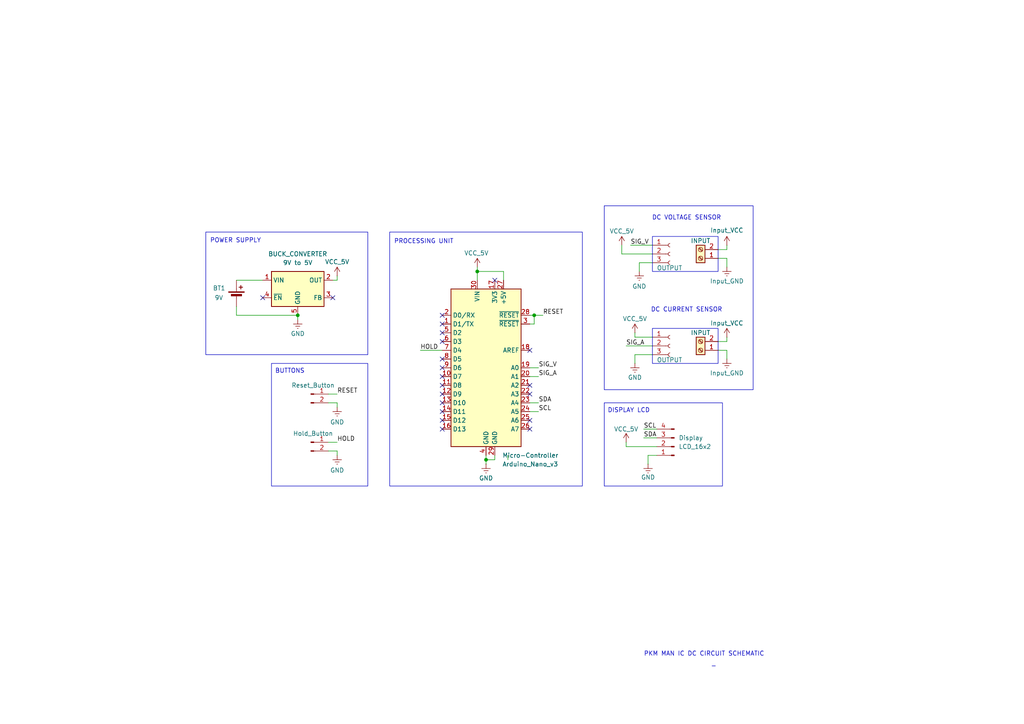
<source format=kicad_sch>
(kicad_sch
	(version 20231120)
	(generator "eeschema")
	(generator_version "8.0")
	(uuid "819554c4-173c-4c13-8fef-1a10c0ef6c2f")
	(paper "A4")
	(lib_symbols
		(symbol "Connector:Conn_01x02_Pin"
			(pin_names
				(offset 1.016) hide)
			(exclude_from_sim no)
			(in_bom yes)
			(on_board yes)
			(property "Reference" "J"
				(at 0 2.54 0)
				(effects
					(font
						(size 1.27 1.27)
					)
				)
			)
			(property "Value" "Conn_01x02_Pin"
				(at 0 -5.08 0)
				(effects
					(font
						(size 1.27 1.27)
					)
				)
			)
			(property "Footprint" ""
				(at 0 0 0)
				(effects
					(font
						(size 1.27 1.27)
					)
					(hide yes)
				)
			)
			(property "Datasheet" "~"
				(at 0 0 0)
				(effects
					(font
						(size 1.27 1.27)
					)
					(hide yes)
				)
			)
			(property "Description" "Generic connector, single row, 01x02, script generated"
				(at 0 0 0)
				(effects
					(font
						(size 1.27 1.27)
					)
					(hide yes)
				)
			)
			(property "ki_locked" ""
				(at 0 0 0)
				(effects
					(font
						(size 1.27 1.27)
					)
				)
			)
			(property "ki_keywords" "connector"
				(at 0 0 0)
				(effects
					(font
						(size 1.27 1.27)
					)
					(hide yes)
				)
			)
			(property "ki_fp_filters" "Connector*:*_1x??_*"
				(at 0 0 0)
				(effects
					(font
						(size 1.27 1.27)
					)
					(hide yes)
				)
			)
			(symbol "Conn_01x02_Pin_1_1"
				(polyline
					(pts
						(xy 1.27 -2.54) (xy 0.8636 -2.54)
					)
					(stroke
						(width 0.1524)
						(type default)
					)
					(fill
						(type none)
					)
				)
				(polyline
					(pts
						(xy 1.27 0) (xy 0.8636 0)
					)
					(stroke
						(width 0.1524)
						(type default)
					)
					(fill
						(type none)
					)
				)
				(rectangle
					(start 0.8636 -2.413)
					(end 0 -2.667)
					(stroke
						(width 0.1524)
						(type default)
					)
					(fill
						(type outline)
					)
				)
				(rectangle
					(start 0.8636 0.127)
					(end 0 -0.127)
					(stroke
						(width 0.1524)
						(type default)
					)
					(fill
						(type outline)
					)
				)
				(pin passive line
					(at 5.08 0 180)
					(length 3.81)
					(name "Pin_1"
						(effects
							(font
								(size 1.27 1.27)
							)
						)
					)
					(number "1"
						(effects
							(font
								(size 1.27 1.27)
							)
						)
					)
				)
				(pin passive line
					(at 5.08 -2.54 180)
					(length 3.81)
					(name "Pin_2"
						(effects
							(font
								(size 1.27 1.27)
							)
						)
					)
					(number "2"
						(effects
							(font
								(size 1.27 1.27)
							)
						)
					)
				)
			)
		)
		(symbol "Connector:Conn_01x03_Socket"
			(pin_names
				(offset 1.016) hide)
			(exclude_from_sim no)
			(in_bom yes)
			(on_board yes)
			(property "Reference" "J"
				(at 0 5.08 0)
				(effects
					(font
						(size 1.27 1.27)
					)
				)
			)
			(property "Value" "Conn_01x03_Socket"
				(at 0 -5.08 0)
				(effects
					(font
						(size 1.27 1.27)
					)
				)
			)
			(property "Footprint" ""
				(at 0 0 0)
				(effects
					(font
						(size 1.27 1.27)
					)
					(hide yes)
				)
			)
			(property "Datasheet" "~"
				(at 0 0 0)
				(effects
					(font
						(size 1.27 1.27)
					)
					(hide yes)
				)
			)
			(property "Description" "Generic connector, single row, 01x03, script generated"
				(at 0 0 0)
				(effects
					(font
						(size 1.27 1.27)
					)
					(hide yes)
				)
			)
			(property "ki_locked" ""
				(at 0 0 0)
				(effects
					(font
						(size 1.27 1.27)
					)
				)
			)
			(property "ki_keywords" "connector"
				(at 0 0 0)
				(effects
					(font
						(size 1.27 1.27)
					)
					(hide yes)
				)
			)
			(property "ki_fp_filters" "Connector*:*_1x??_*"
				(at 0 0 0)
				(effects
					(font
						(size 1.27 1.27)
					)
					(hide yes)
				)
			)
			(symbol "Conn_01x03_Socket_1_1"
				(arc
					(start 0 -2.032)
					(mid -0.5058 -2.54)
					(end 0 -3.048)
					(stroke
						(width 0.1524)
						(type default)
					)
					(fill
						(type none)
					)
				)
				(polyline
					(pts
						(xy -1.27 -2.54) (xy -0.508 -2.54)
					)
					(stroke
						(width 0.1524)
						(type default)
					)
					(fill
						(type none)
					)
				)
				(polyline
					(pts
						(xy -1.27 0) (xy -0.508 0)
					)
					(stroke
						(width 0.1524)
						(type default)
					)
					(fill
						(type none)
					)
				)
				(polyline
					(pts
						(xy -1.27 2.54) (xy -0.508 2.54)
					)
					(stroke
						(width 0.1524)
						(type default)
					)
					(fill
						(type none)
					)
				)
				(arc
					(start 0 0.508)
					(mid -0.5058 0)
					(end 0 -0.508)
					(stroke
						(width 0.1524)
						(type default)
					)
					(fill
						(type none)
					)
				)
				(arc
					(start 0 3.048)
					(mid -0.5058 2.54)
					(end 0 2.032)
					(stroke
						(width 0.1524)
						(type default)
					)
					(fill
						(type none)
					)
				)
				(pin passive line
					(at -5.08 2.54 0)
					(length 3.81)
					(name "Pin_1"
						(effects
							(font
								(size 1.27 1.27)
							)
						)
					)
					(number "1"
						(effects
							(font
								(size 1.27 1.27)
							)
						)
					)
				)
				(pin passive line
					(at -5.08 0 0)
					(length 3.81)
					(name "Pin_2"
						(effects
							(font
								(size 1.27 1.27)
							)
						)
					)
					(number "2"
						(effects
							(font
								(size 1.27 1.27)
							)
						)
					)
				)
				(pin passive line
					(at -5.08 -2.54 0)
					(length 3.81)
					(name "Pin_3"
						(effects
							(font
								(size 1.27 1.27)
							)
						)
					)
					(number "3"
						(effects
							(font
								(size 1.27 1.27)
							)
						)
					)
				)
			)
		)
		(symbol "Connector:Conn_01x04_Pin"
			(pin_names
				(offset 1.016) hide)
			(exclude_from_sim no)
			(in_bom yes)
			(on_board yes)
			(property "Reference" "J"
				(at 0 5.08 0)
				(effects
					(font
						(size 1.27 1.27)
					)
				)
			)
			(property "Value" "Conn_01x04_Pin"
				(at 0 -7.62 0)
				(effects
					(font
						(size 1.27 1.27)
					)
				)
			)
			(property "Footprint" ""
				(at 0 0 0)
				(effects
					(font
						(size 1.27 1.27)
					)
					(hide yes)
				)
			)
			(property "Datasheet" "~"
				(at 0 0 0)
				(effects
					(font
						(size 1.27 1.27)
					)
					(hide yes)
				)
			)
			(property "Description" "Generic connector, single row, 01x04, script generated"
				(at 0 0 0)
				(effects
					(font
						(size 1.27 1.27)
					)
					(hide yes)
				)
			)
			(property "ki_locked" ""
				(at 0 0 0)
				(effects
					(font
						(size 1.27 1.27)
					)
				)
			)
			(property "ki_keywords" "connector"
				(at 0 0 0)
				(effects
					(font
						(size 1.27 1.27)
					)
					(hide yes)
				)
			)
			(property "ki_fp_filters" "Connector*:*_1x??_*"
				(at 0 0 0)
				(effects
					(font
						(size 1.27 1.27)
					)
					(hide yes)
				)
			)
			(symbol "Conn_01x04_Pin_1_1"
				(polyline
					(pts
						(xy 1.27 -5.08) (xy 0.8636 -5.08)
					)
					(stroke
						(width 0.1524)
						(type default)
					)
					(fill
						(type none)
					)
				)
				(polyline
					(pts
						(xy 1.27 -2.54) (xy 0.8636 -2.54)
					)
					(stroke
						(width 0.1524)
						(type default)
					)
					(fill
						(type none)
					)
				)
				(polyline
					(pts
						(xy 1.27 0) (xy 0.8636 0)
					)
					(stroke
						(width 0.1524)
						(type default)
					)
					(fill
						(type none)
					)
				)
				(polyline
					(pts
						(xy 1.27 2.54) (xy 0.8636 2.54)
					)
					(stroke
						(width 0.1524)
						(type default)
					)
					(fill
						(type none)
					)
				)
				(rectangle
					(start 0.8636 -4.953)
					(end 0 -5.207)
					(stroke
						(width 0.1524)
						(type default)
					)
					(fill
						(type outline)
					)
				)
				(rectangle
					(start 0.8636 -2.413)
					(end 0 -2.667)
					(stroke
						(width 0.1524)
						(type default)
					)
					(fill
						(type outline)
					)
				)
				(rectangle
					(start 0.8636 0.127)
					(end 0 -0.127)
					(stroke
						(width 0.1524)
						(type default)
					)
					(fill
						(type outline)
					)
				)
				(rectangle
					(start 0.8636 2.667)
					(end 0 2.413)
					(stroke
						(width 0.1524)
						(type default)
					)
					(fill
						(type outline)
					)
				)
				(pin passive line
					(at 5.08 2.54 180)
					(length 3.81)
					(name "Pin_1"
						(effects
							(font
								(size 1.27 1.27)
							)
						)
					)
					(number "1"
						(effects
							(font
								(size 1.27 1.27)
							)
						)
					)
				)
				(pin passive line
					(at 5.08 0 180)
					(length 3.81)
					(name "Pin_2"
						(effects
							(font
								(size 1.27 1.27)
							)
						)
					)
					(number "2"
						(effects
							(font
								(size 1.27 1.27)
							)
						)
					)
				)
				(pin passive line
					(at 5.08 -2.54 180)
					(length 3.81)
					(name "Pin_3"
						(effects
							(font
								(size 1.27 1.27)
							)
						)
					)
					(number "3"
						(effects
							(font
								(size 1.27 1.27)
							)
						)
					)
				)
				(pin passive line
					(at 5.08 -5.08 180)
					(length 3.81)
					(name "Pin_4"
						(effects
							(font
								(size 1.27 1.27)
							)
						)
					)
					(number "4"
						(effects
							(font
								(size 1.27 1.27)
							)
						)
					)
				)
			)
		)
		(symbol "Connector:Screw_Terminal_01x02"
			(pin_names
				(offset 1.016) hide)
			(exclude_from_sim no)
			(in_bom yes)
			(on_board yes)
			(property "Reference" "J"
				(at 0 2.54 0)
				(effects
					(font
						(size 1.27 1.27)
					)
				)
			)
			(property "Value" "Screw_Terminal_01x02"
				(at 0 -5.08 0)
				(effects
					(font
						(size 1.27 1.27)
					)
				)
			)
			(property "Footprint" ""
				(at 0 0 0)
				(effects
					(font
						(size 1.27 1.27)
					)
					(hide yes)
				)
			)
			(property "Datasheet" "~"
				(at 0 0 0)
				(effects
					(font
						(size 1.27 1.27)
					)
					(hide yes)
				)
			)
			(property "Description" "Generic screw terminal, single row, 01x02, script generated (kicad-library-utils/schlib/autogen/connector/)"
				(at 0 0 0)
				(effects
					(font
						(size 1.27 1.27)
					)
					(hide yes)
				)
			)
			(property "ki_keywords" "screw terminal"
				(at 0 0 0)
				(effects
					(font
						(size 1.27 1.27)
					)
					(hide yes)
				)
			)
			(property "ki_fp_filters" "TerminalBlock*:*"
				(at 0 0 0)
				(effects
					(font
						(size 1.27 1.27)
					)
					(hide yes)
				)
			)
			(symbol "Screw_Terminal_01x02_1_1"
				(rectangle
					(start -1.27 1.27)
					(end 1.27 -3.81)
					(stroke
						(width 0.254)
						(type default)
					)
					(fill
						(type background)
					)
				)
				(circle
					(center 0 -2.54)
					(radius 0.635)
					(stroke
						(width 0.1524)
						(type default)
					)
					(fill
						(type none)
					)
				)
				(polyline
					(pts
						(xy -0.5334 -2.2098) (xy 0.3302 -3.048)
					)
					(stroke
						(width 0.1524)
						(type default)
					)
					(fill
						(type none)
					)
				)
				(polyline
					(pts
						(xy -0.5334 0.3302) (xy 0.3302 -0.508)
					)
					(stroke
						(width 0.1524)
						(type default)
					)
					(fill
						(type none)
					)
				)
				(polyline
					(pts
						(xy -0.3556 -2.032) (xy 0.508 -2.8702)
					)
					(stroke
						(width 0.1524)
						(type default)
					)
					(fill
						(type none)
					)
				)
				(polyline
					(pts
						(xy -0.3556 0.508) (xy 0.508 -0.3302)
					)
					(stroke
						(width 0.1524)
						(type default)
					)
					(fill
						(type none)
					)
				)
				(circle
					(center 0 0)
					(radius 0.635)
					(stroke
						(width 0.1524)
						(type default)
					)
					(fill
						(type none)
					)
				)
				(pin passive line
					(at -5.08 0 0)
					(length 3.81)
					(name "Pin_1"
						(effects
							(font
								(size 1.27 1.27)
							)
						)
					)
					(number "1"
						(effects
							(font
								(size 1.27 1.27)
							)
						)
					)
				)
				(pin passive line
					(at -5.08 -2.54 0)
					(length 3.81)
					(name "Pin_2"
						(effects
							(font
								(size 1.27 1.27)
							)
						)
					)
					(number "2"
						(effects
							(font
								(size 1.27 1.27)
							)
						)
					)
				)
			)
		)
		(symbol "Device:Battery_Cell"
			(pin_numbers hide)
			(pin_names
				(offset 0) hide)
			(exclude_from_sim no)
			(in_bom yes)
			(on_board yes)
			(property "Reference" "BT"
				(at 2.54 2.54 0)
				(effects
					(font
						(size 1.27 1.27)
					)
					(justify left)
				)
			)
			(property "Value" "Battery_Cell"
				(at 2.54 0 0)
				(effects
					(font
						(size 1.27 1.27)
					)
					(justify left)
				)
			)
			(property "Footprint" ""
				(at 0 1.524 90)
				(effects
					(font
						(size 1.27 1.27)
					)
					(hide yes)
				)
			)
			(property "Datasheet" "~"
				(at 0 1.524 90)
				(effects
					(font
						(size 1.27 1.27)
					)
					(hide yes)
				)
			)
			(property "Description" "Single-cell battery"
				(at 0 0 0)
				(effects
					(font
						(size 1.27 1.27)
					)
					(hide yes)
				)
			)
			(property "ki_keywords" "battery cell"
				(at 0 0 0)
				(effects
					(font
						(size 1.27 1.27)
					)
					(hide yes)
				)
			)
			(symbol "Battery_Cell_0_1"
				(rectangle
					(start -2.286 1.778)
					(end 2.286 1.524)
					(stroke
						(width 0)
						(type default)
					)
					(fill
						(type outline)
					)
				)
				(rectangle
					(start -1.524 1.016)
					(end 1.524 0.508)
					(stroke
						(width 0)
						(type default)
					)
					(fill
						(type outline)
					)
				)
				(polyline
					(pts
						(xy 0 0.762) (xy 0 0)
					)
					(stroke
						(width 0)
						(type default)
					)
					(fill
						(type none)
					)
				)
				(polyline
					(pts
						(xy 0 1.778) (xy 0 2.54)
					)
					(stroke
						(width 0)
						(type default)
					)
					(fill
						(type none)
					)
				)
				(polyline
					(pts
						(xy 0.762 3.048) (xy 1.778 3.048)
					)
					(stroke
						(width 0.254)
						(type default)
					)
					(fill
						(type none)
					)
				)
				(polyline
					(pts
						(xy 1.27 3.556) (xy 1.27 2.54)
					)
					(stroke
						(width 0.254)
						(type default)
					)
					(fill
						(type none)
					)
				)
			)
			(symbol "Battery_Cell_1_1"
				(pin passive line
					(at 0 5.08 270)
					(length 2.54)
					(name "+"
						(effects
							(font
								(size 1.27 1.27)
							)
						)
					)
					(number "1"
						(effects
							(font
								(size 1.27 1.27)
							)
						)
					)
				)
				(pin passive line
					(at 0 -2.54 90)
					(length 2.54)
					(name "-"
						(effects
							(font
								(size 1.27 1.27)
							)
						)
					)
					(number "2"
						(effects
							(font
								(size 1.27 1.27)
							)
						)
					)
				)
			)
		)
		(symbol "MCU_Module:Arduino_Nano_v3.x"
			(exclude_from_sim no)
			(in_bom yes)
			(on_board yes)
			(property "Reference" "A"
				(at -10.16 23.495 0)
				(effects
					(font
						(size 1.27 1.27)
					)
					(justify left bottom)
				)
			)
			(property "Value" "Arduino_Nano_v3.x"
				(at 5.08 -24.13 0)
				(effects
					(font
						(size 1.27 1.27)
					)
					(justify left top)
				)
			)
			(property "Footprint" "Module:Arduino_Nano"
				(at 0 0 0)
				(effects
					(font
						(size 1.27 1.27)
						(italic yes)
					)
					(hide yes)
				)
			)
			(property "Datasheet" "http://www.mouser.com/pdfdocs/Gravitech_Arduino_Nano3_0.pdf"
				(at 0 0 0)
				(effects
					(font
						(size 1.27 1.27)
					)
					(hide yes)
				)
			)
			(property "Description" "Arduino Nano v3.x"
				(at 0 0 0)
				(effects
					(font
						(size 1.27 1.27)
					)
					(hide yes)
				)
			)
			(property "ki_keywords" "Arduino nano microcontroller module USB"
				(at 0 0 0)
				(effects
					(font
						(size 1.27 1.27)
					)
					(hide yes)
				)
			)
			(property "ki_fp_filters" "Arduino*Nano*"
				(at 0 0 0)
				(effects
					(font
						(size 1.27 1.27)
					)
					(hide yes)
				)
			)
			(symbol "Arduino_Nano_v3.x_0_1"
				(rectangle
					(start -10.16 22.86)
					(end 10.16 -22.86)
					(stroke
						(width 0.254)
						(type default)
					)
					(fill
						(type background)
					)
				)
			)
			(symbol "Arduino_Nano_v3.x_1_1"
				(pin bidirectional line
					(at -12.7 12.7 0)
					(length 2.54)
					(name "D1/TX"
						(effects
							(font
								(size 1.27 1.27)
							)
						)
					)
					(number "1"
						(effects
							(font
								(size 1.27 1.27)
							)
						)
					)
				)
				(pin bidirectional line
					(at -12.7 -2.54 0)
					(length 2.54)
					(name "D7"
						(effects
							(font
								(size 1.27 1.27)
							)
						)
					)
					(number "10"
						(effects
							(font
								(size 1.27 1.27)
							)
						)
					)
				)
				(pin bidirectional line
					(at -12.7 -5.08 0)
					(length 2.54)
					(name "D8"
						(effects
							(font
								(size 1.27 1.27)
							)
						)
					)
					(number "11"
						(effects
							(font
								(size 1.27 1.27)
							)
						)
					)
				)
				(pin bidirectional line
					(at -12.7 -7.62 0)
					(length 2.54)
					(name "D9"
						(effects
							(font
								(size 1.27 1.27)
							)
						)
					)
					(number "12"
						(effects
							(font
								(size 1.27 1.27)
							)
						)
					)
				)
				(pin bidirectional line
					(at -12.7 -10.16 0)
					(length 2.54)
					(name "D10"
						(effects
							(font
								(size 1.27 1.27)
							)
						)
					)
					(number "13"
						(effects
							(font
								(size 1.27 1.27)
							)
						)
					)
				)
				(pin bidirectional line
					(at -12.7 -12.7 0)
					(length 2.54)
					(name "D11"
						(effects
							(font
								(size 1.27 1.27)
							)
						)
					)
					(number "14"
						(effects
							(font
								(size 1.27 1.27)
							)
						)
					)
				)
				(pin bidirectional line
					(at -12.7 -15.24 0)
					(length 2.54)
					(name "D12"
						(effects
							(font
								(size 1.27 1.27)
							)
						)
					)
					(number "15"
						(effects
							(font
								(size 1.27 1.27)
							)
						)
					)
				)
				(pin bidirectional line
					(at -12.7 -17.78 0)
					(length 2.54)
					(name "D13"
						(effects
							(font
								(size 1.27 1.27)
							)
						)
					)
					(number "16"
						(effects
							(font
								(size 1.27 1.27)
							)
						)
					)
				)
				(pin power_out line
					(at 2.54 25.4 270)
					(length 2.54)
					(name "3V3"
						(effects
							(font
								(size 1.27 1.27)
							)
						)
					)
					(number "17"
						(effects
							(font
								(size 1.27 1.27)
							)
						)
					)
				)
				(pin input line
					(at 12.7 5.08 180)
					(length 2.54)
					(name "AREF"
						(effects
							(font
								(size 1.27 1.27)
							)
						)
					)
					(number "18"
						(effects
							(font
								(size 1.27 1.27)
							)
						)
					)
				)
				(pin bidirectional line
					(at 12.7 0 180)
					(length 2.54)
					(name "A0"
						(effects
							(font
								(size 1.27 1.27)
							)
						)
					)
					(number "19"
						(effects
							(font
								(size 1.27 1.27)
							)
						)
					)
				)
				(pin bidirectional line
					(at -12.7 15.24 0)
					(length 2.54)
					(name "D0/RX"
						(effects
							(font
								(size 1.27 1.27)
							)
						)
					)
					(number "2"
						(effects
							(font
								(size 1.27 1.27)
							)
						)
					)
				)
				(pin bidirectional line
					(at 12.7 -2.54 180)
					(length 2.54)
					(name "A1"
						(effects
							(font
								(size 1.27 1.27)
							)
						)
					)
					(number "20"
						(effects
							(font
								(size 1.27 1.27)
							)
						)
					)
				)
				(pin bidirectional line
					(at 12.7 -5.08 180)
					(length 2.54)
					(name "A2"
						(effects
							(font
								(size 1.27 1.27)
							)
						)
					)
					(number "21"
						(effects
							(font
								(size 1.27 1.27)
							)
						)
					)
				)
				(pin bidirectional line
					(at 12.7 -7.62 180)
					(length 2.54)
					(name "A3"
						(effects
							(font
								(size 1.27 1.27)
							)
						)
					)
					(number "22"
						(effects
							(font
								(size 1.27 1.27)
							)
						)
					)
				)
				(pin bidirectional line
					(at 12.7 -10.16 180)
					(length 2.54)
					(name "A4"
						(effects
							(font
								(size 1.27 1.27)
							)
						)
					)
					(number "23"
						(effects
							(font
								(size 1.27 1.27)
							)
						)
					)
				)
				(pin bidirectional line
					(at 12.7 -12.7 180)
					(length 2.54)
					(name "A5"
						(effects
							(font
								(size 1.27 1.27)
							)
						)
					)
					(number "24"
						(effects
							(font
								(size 1.27 1.27)
							)
						)
					)
				)
				(pin bidirectional line
					(at 12.7 -15.24 180)
					(length 2.54)
					(name "A6"
						(effects
							(font
								(size 1.27 1.27)
							)
						)
					)
					(number "25"
						(effects
							(font
								(size 1.27 1.27)
							)
						)
					)
				)
				(pin bidirectional line
					(at 12.7 -17.78 180)
					(length 2.54)
					(name "A7"
						(effects
							(font
								(size 1.27 1.27)
							)
						)
					)
					(number "26"
						(effects
							(font
								(size 1.27 1.27)
							)
						)
					)
				)
				(pin power_out line
					(at 5.08 25.4 270)
					(length 2.54)
					(name "+5V"
						(effects
							(font
								(size 1.27 1.27)
							)
						)
					)
					(number "27"
						(effects
							(font
								(size 1.27 1.27)
							)
						)
					)
				)
				(pin input line
					(at 12.7 15.24 180)
					(length 2.54)
					(name "~{RESET}"
						(effects
							(font
								(size 1.27 1.27)
							)
						)
					)
					(number "28"
						(effects
							(font
								(size 1.27 1.27)
							)
						)
					)
				)
				(pin power_in line
					(at 2.54 -25.4 90)
					(length 2.54)
					(name "GND"
						(effects
							(font
								(size 1.27 1.27)
							)
						)
					)
					(number "29"
						(effects
							(font
								(size 1.27 1.27)
							)
						)
					)
				)
				(pin input line
					(at 12.7 12.7 180)
					(length 2.54)
					(name "~{RESET}"
						(effects
							(font
								(size 1.27 1.27)
							)
						)
					)
					(number "3"
						(effects
							(font
								(size 1.27 1.27)
							)
						)
					)
				)
				(pin power_in line
					(at -2.54 25.4 270)
					(length 2.54)
					(name "VIN"
						(effects
							(font
								(size 1.27 1.27)
							)
						)
					)
					(number "30"
						(effects
							(font
								(size 1.27 1.27)
							)
						)
					)
				)
				(pin power_in line
					(at 0 -25.4 90)
					(length 2.54)
					(name "GND"
						(effects
							(font
								(size 1.27 1.27)
							)
						)
					)
					(number "4"
						(effects
							(font
								(size 1.27 1.27)
							)
						)
					)
				)
				(pin bidirectional line
					(at -12.7 10.16 0)
					(length 2.54)
					(name "D2"
						(effects
							(font
								(size 1.27 1.27)
							)
						)
					)
					(number "5"
						(effects
							(font
								(size 1.27 1.27)
							)
						)
					)
				)
				(pin bidirectional line
					(at -12.7 7.62 0)
					(length 2.54)
					(name "D3"
						(effects
							(font
								(size 1.27 1.27)
							)
						)
					)
					(number "6"
						(effects
							(font
								(size 1.27 1.27)
							)
						)
					)
				)
				(pin bidirectional line
					(at -12.7 5.08 0)
					(length 2.54)
					(name "D4"
						(effects
							(font
								(size 1.27 1.27)
							)
						)
					)
					(number "7"
						(effects
							(font
								(size 1.27 1.27)
							)
						)
					)
				)
				(pin bidirectional line
					(at -12.7 2.54 0)
					(length 2.54)
					(name "D5"
						(effects
							(font
								(size 1.27 1.27)
							)
						)
					)
					(number "8"
						(effects
							(font
								(size 1.27 1.27)
							)
						)
					)
				)
				(pin bidirectional line
					(at -12.7 0 0)
					(length 2.54)
					(name "D6"
						(effects
							(font
								(size 1.27 1.27)
							)
						)
					)
					(number "9"
						(effects
							(font
								(size 1.27 1.27)
							)
						)
					)
				)
			)
		)
		(symbol "Regulator_Switching:XL1509-5.0"
			(exclude_from_sim no)
			(in_bom yes)
			(on_board yes)
			(property "Reference" "U"
				(at -7.112 6.096 0)
				(effects
					(font
						(size 1.27 1.27)
					)
				)
			)
			(property "Value" "XL1509-5.0"
				(at 5.842 6.096 0)
				(effects
					(font
						(size 1.27 1.27)
					)
				)
			)
			(property "Footprint" "Package_SO:SOIC-8_3.9x4.9mm_P1.27mm"
				(at 0 8.382 0)
				(effects
					(font
						(size 1.27 1.27)
					)
					(hide yes)
				)
			)
			(property "Datasheet" "https://datasheet.lcsc.com/lcsc/1809050422_XLSEMI-XL1509-5-0E1_C61063.pdf"
				(at 2.54 10.668 0)
				(effects
					(font
						(size 1.27 1.27)
					)
					(hide yes)
				)
			)
			(property "Description" "Buck DC/DC Converter, 2A, 5V Output Voltage, 7-40V Input Voltage"
				(at 0 0 0)
				(effects
					(font
						(size 1.27 1.27)
					)
					(hide yes)
				)
			)
			(property "ki_keywords" "Buck DC/DC Converter"
				(at 0 0 0)
				(effects
					(font
						(size 1.27 1.27)
					)
					(hide yes)
				)
			)
			(property "ki_fp_filters" "SOIC*3.9x4.9mm*P1.27mm*"
				(at 0 0 0)
				(effects
					(font
						(size 1.27 1.27)
					)
					(hide yes)
				)
			)
			(symbol "XL1509-5.0_0_1"
				(rectangle
					(start -7.62 5.08)
					(end 7.62 -5.08)
					(stroke
						(width 0.254)
						(type default)
					)
					(fill
						(type background)
					)
				)
			)
			(symbol "XL1509-5.0_1_1"
				(pin power_in line
					(at -10.16 2.54 0)
					(length 2.54)
					(name "VIN"
						(effects
							(font
								(size 1.27 1.27)
							)
						)
					)
					(number "1"
						(effects
							(font
								(size 1.27 1.27)
							)
						)
					)
				)
				(pin power_out line
					(at 10.16 2.54 180)
					(length 2.54)
					(name "OUT"
						(effects
							(font
								(size 1.27 1.27)
							)
						)
					)
					(number "2"
						(effects
							(font
								(size 1.27 1.27)
							)
						)
					)
				)
				(pin input line
					(at 10.16 -2.54 180)
					(length 2.54)
					(name "FB"
						(effects
							(font
								(size 1.27 1.27)
							)
						)
					)
					(number "3"
						(effects
							(font
								(size 1.27 1.27)
							)
						)
					)
				)
				(pin input line
					(at -10.16 -2.54 0)
					(length 2.54)
					(name "~{EN}"
						(effects
							(font
								(size 1.27 1.27)
							)
						)
					)
					(number "4"
						(effects
							(font
								(size 1.27 1.27)
							)
						)
					)
				)
				(pin power_in line
					(at 0 -7.62 90)
					(length 2.54)
					(name "GND"
						(effects
							(font
								(size 1.27 1.27)
							)
						)
					)
					(number "5"
						(effects
							(font
								(size 1.27 1.27)
							)
						)
					)
				)
				(pin passive line
					(at 0 -7.62 90)
					(length 2.54) hide
					(name "GND"
						(effects
							(font
								(size 1.27 1.27)
							)
						)
					)
					(number "6"
						(effects
							(font
								(size 1.27 1.27)
							)
						)
					)
				)
				(pin passive line
					(at 0 -7.62 90)
					(length 2.54) hide
					(name "GND"
						(effects
							(font
								(size 1.27 1.27)
							)
						)
					)
					(number "7"
						(effects
							(font
								(size 1.27 1.27)
							)
						)
					)
				)
				(pin passive line
					(at 0 -7.62 90)
					(length 2.54) hide
					(name "GND"
						(effects
							(font
								(size 1.27 1.27)
							)
						)
					)
					(number "8"
						(effects
							(font
								(size 1.27 1.27)
							)
						)
					)
				)
			)
		)
		(symbol "power:GNDREF"
			(power)
			(pin_numbers hide)
			(pin_names
				(offset 0) hide)
			(exclude_from_sim no)
			(in_bom yes)
			(on_board yes)
			(property "Reference" "#PWR"
				(at 0 -6.35 0)
				(effects
					(font
						(size 1.27 1.27)
					)
					(hide yes)
				)
			)
			(property "Value" "GNDREF"
				(at 0 -3.81 0)
				(effects
					(font
						(size 1.27 1.27)
					)
				)
			)
			(property "Footprint" ""
				(at 0 0 0)
				(effects
					(font
						(size 1.27 1.27)
					)
					(hide yes)
				)
			)
			(property "Datasheet" ""
				(at 0 0 0)
				(effects
					(font
						(size 1.27 1.27)
					)
					(hide yes)
				)
			)
			(property "Description" "Power symbol creates a global label with name \"GNDREF\" , reference supply ground"
				(at 0 0 0)
				(effects
					(font
						(size 1.27 1.27)
					)
					(hide yes)
				)
			)
			(property "ki_keywords" "global power"
				(at 0 0 0)
				(effects
					(font
						(size 1.27 1.27)
					)
					(hide yes)
				)
			)
			(symbol "GNDREF_0_1"
				(polyline
					(pts
						(xy -0.635 -1.905) (xy 0.635 -1.905)
					)
					(stroke
						(width 0)
						(type default)
					)
					(fill
						(type none)
					)
				)
				(polyline
					(pts
						(xy -0.127 -2.54) (xy 0.127 -2.54)
					)
					(stroke
						(width 0)
						(type default)
					)
					(fill
						(type none)
					)
				)
				(polyline
					(pts
						(xy 0 -1.27) (xy 0 0)
					)
					(stroke
						(width 0)
						(type default)
					)
					(fill
						(type none)
					)
				)
				(polyline
					(pts
						(xy 1.27 -1.27) (xy -1.27 -1.27)
					)
					(stroke
						(width 0)
						(type default)
					)
					(fill
						(type none)
					)
				)
			)
			(symbol "GNDREF_1_1"
				(pin power_in line
					(at 0 0 270)
					(length 0)
					(name "~"
						(effects
							(font
								(size 1.27 1.27)
							)
						)
					)
					(number "1"
						(effects
							(font
								(size 1.27 1.27)
							)
						)
					)
				)
			)
		)
		(symbol "power:VCC"
			(power)
			(pin_numbers hide)
			(pin_names
				(offset 0) hide)
			(exclude_from_sim no)
			(in_bom yes)
			(on_board yes)
			(property "Reference" "#PWR"
				(at 0 -3.81 0)
				(effects
					(font
						(size 1.27 1.27)
					)
					(hide yes)
				)
			)
			(property "Value" "VCC"
				(at 0 3.556 0)
				(effects
					(font
						(size 1.27 1.27)
					)
				)
			)
			(property "Footprint" ""
				(at 0 0 0)
				(effects
					(font
						(size 1.27 1.27)
					)
					(hide yes)
				)
			)
			(property "Datasheet" ""
				(at 0 0 0)
				(effects
					(font
						(size 1.27 1.27)
					)
					(hide yes)
				)
			)
			(property "Description" "Power symbol creates a global label with name \"VCC\""
				(at 0 0 0)
				(effects
					(font
						(size 1.27 1.27)
					)
					(hide yes)
				)
			)
			(property "ki_keywords" "global power"
				(at 0 0 0)
				(effects
					(font
						(size 1.27 1.27)
					)
					(hide yes)
				)
			)
			(symbol "VCC_0_1"
				(polyline
					(pts
						(xy -0.762 1.27) (xy 0 2.54)
					)
					(stroke
						(width 0)
						(type default)
					)
					(fill
						(type none)
					)
				)
				(polyline
					(pts
						(xy 0 0) (xy 0 2.54)
					)
					(stroke
						(width 0)
						(type default)
					)
					(fill
						(type none)
					)
				)
				(polyline
					(pts
						(xy 0 2.54) (xy 0.762 1.27)
					)
					(stroke
						(width 0)
						(type default)
					)
					(fill
						(type none)
					)
				)
			)
			(symbol "VCC_1_1"
				(pin power_in line
					(at 0 0 90)
					(length 0)
					(name "~"
						(effects
							(font
								(size 1.27 1.27)
							)
						)
					)
					(number "1"
						(effects
							(font
								(size 1.27 1.27)
							)
						)
					)
				)
			)
		)
	)
	(junction
		(at 154.94 91.44)
		(diameter 0)
		(color 0 0 0 0)
		(uuid "27d6f1fa-63b9-46b3-9b77-666272b344af")
	)
	(junction
		(at 86.36 91.44)
		(diameter 0)
		(color 0 0 0 0)
		(uuid "33bdd90b-5915-4577-8ea5-fda834ebcab3")
	)
	(junction
		(at 138.43 78.74)
		(diameter 0)
		(color 0 0 0 0)
		(uuid "46bfad2e-f565-42cf-a009-b0d8312a64b3")
	)
	(junction
		(at 140.97 133.35)
		(diameter 0)
		(color 0 0 0 0)
		(uuid "d609e528-8c1f-41eb-b1be-f9b3f07010a9")
	)
	(no_connect
		(at 153.67 101.6)
		(uuid "0286c27e-b248-4114-a90a-0960225391ee")
	)
	(no_connect
		(at 153.67 111.76)
		(uuid "02e18801-9f27-4edd-b6a7-87f87bce3839")
	)
	(no_connect
		(at 128.27 121.92)
		(uuid "05f2e355-b3d7-4db9-9085-1c095344889c")
	)
	(no_connect
		(at 96.52 86.36)
		(uuid "08c51b4f-3a76-4e42-aaf6-ac02b36c0272")
	)
	(no_connect
		(at 128.27 104.14)
		(uuid "0cdfcce8-8870-40c8-80f5-a06bc89be3b1")
	)
	(no_connect
		(at 128.27 111.76)
		(uuid "155d4014-5db9-454d-900b-64cdc7d17af7")
	)
	(no_connect
		(at 128.27 96.52)
		(uuid "516c6c1f-8318-4530-b2a9-bfac4184c775")
	)
	(no_connect
		(at 128.27 99.06)
		(uuid "589efc17-7c9c-48a7-b355-ba67983dd44a")
	)
	(no_connect
		(at 153.67 124.46)
		(uuid "606e3d12-d6a5-4792-8e36-44338c8e218a")
	)
	(no_connect
		(at 128.27 109.22)
		(uuid "6e70364c-476c-4309-8ed8-e8093ea10d0d")
	)
	(no_connect
		(at 128.27 116.84)
		(uuid "72c71eb8-866d-454c-be6c-a2c42bb8c40e")
	)
	(no_connect
		(at 128.27 106.68)
		(uuid "80a2aa0c-f46f-40cc-af56-55f7650e15dc")
	)
	(no_connect
		(at 128.27 119.38)
		(uuid "84b25035-29fe-4aa7-9683-9ba741b01810")
	)
	(no_connect
		(at 143.51 81.28)
		(uuid "8b34b4e6-6233-42a6-b24e-ce038b1d2104")
	)
	(no_connect
		(at 76.2 86.36)
		(uuid "aa90f226-b06d-4c04-9687-c67d2c8969a8")
	)
	(no_connect
		(at 128.27 114.3)
		(uuid "b562a4fc-dc03-42ca-81dc-85db77946936")
	)
	(no_connect
		(at 153.67 121.92)
		(uuid "c0c7a384-706e-4731-b736-7ddf978289b4")
	)
	(no_connect
		(at 153.67 114.3)
		(uuid "c4644fff-7648-486f-87a0-80a05167255e")
	)
	(no_connect
		(at 128.27 91.44)
		(uuid "d17767d1-846c-40a4-828d-68f8c54f723d")
	)
	(no_connect
		(at 128.27 93.98)
		(uuid "eaf1c756-6a09-4132-96b9-b9d0aeccf88f")
	)
	(no_connect
		(at 128.27 124.46)
		(uuid "fbadeb4a-cea0-4c49-8f46-0391a0037262")
	)
	(wire
		(pts
			(xy 187.96 132.08) (xy 190.5 132.08)
		)
		(stroke
			(width 0)
			(type default)
		)
		(uuid "0b6eb6c3-3dc7-4d4e-a369-4e8fa10a245b")
	)
	(wire
		(pts
			(xy 182.88 71.12) (xy 189.23 71.12)
		)
		(stroke
			(width 0)
			(type default)
		)
		(uuid "0ec173b2-df28-466c-9423-b3cd5ca569a8")
	)
	(wire
		(pts
			(xy 95.25 116.84) (xy 97.79 116.84)
		)
		(stroke
			(width 0)
			(type default)
		)
		(uuid "116e6579-467e-4a08-9b39-825376ce377d")
	)
	(wire
		(pts
			(xy 180.34 73.66) (xy 189.23 73.66)
		)
		(stroke
			(width 0)
			(type default)
		)
		(uuid "18c39f90-9b65-49c9-9994-fd40cabc1b02")
	)
	(wire
		(pts
			(xy 184.15 102.87) (xy 184.15 105.41)
		)
		(stroke
			(width 0)
			(type default)
		)
		(uuid "19eb551a-c77e-4657-adae-eb07ba3b429b")
	)
	(wire
		(pts
			(xy 97.79 130.81) (xy 97.79 132.08)
		)
		(stroke
			(width 0)
			(type default)
		)
		(uuid "1d1b8073-3dba-499f-a358-0649c074ace6")
	)
	(wire
		(pts
			(xy 146.05 78.74) (xy 138.43 78.74)
		)
		(stroke
			(width 0)
			(type default)
		)
		(uuid "21e03a9f-8084-49ee-8f47-9db367780643")
	)
	(wire
		(pts
			(xy 147.32 132.08) (xy 147.32 133.35)
		)
		(stroke
			(width 0)
			(type default)
		)
		(uuid "22eb0d73-fecc-48e2-8f40-eaab77b611c0")
	)
	(wire
		(pts
			(xy 187.96 134.62) (xy 187.96 132.08)
		)
		(stroke
			(width 0)
			(type default)
		)
		(uuid "240a5508-c37c-422b-8344-278ef3da2e75")
	)
	(wire
		(pts
			(xy 95.25 114.3) (xy 97.79 114.3)
		)
		(stroke
			(width 0)
			(type default)
		)
		(uuid "3d79f7d6-90bc-411e-8e21-d59671c4d816")
	)
	(wire
		(pts
			(xy 140.97 133.35) (xy 140.97 134.62)
		)
		(stroke
			(width 0)
			(type default)
		)
		(uuid "44f2f993-9a32-4eec-8338-7d5d07b2530f")
	)
	(wire
		(pts
			(xy 153.67 116.84) (xy 156.21 116.84)
		)
		(stroke
			(width 0)
			(type default)
		)
		(uuid "48e6685d-6ec5-4dfc-a67a-b7a2a8a0bad7")
	)
	(wire
		(pts
			(xy 68.58 91.44) (xy 86.36 91.44)
		)
		(stroke
			(width 0)
			(type default)
		)
		(uuid "49d07c8d-ba4d-4245-943f-3be040b184ee")
	)
	(wire
		(pts
			(xy 210.82 72.39) (xy 210.82 71.12)
		)
		(stroke
			(width 0)
			(type default)
		)
		(uuid "4ad9e397-7467-4e0d-b51e-d3a7e3722e25")
	)
	(wire
		(pts
			(xy 140.97 132.08) (xy 140.97 133.35)
		)
		(stroke
			(width 0)
			(type default)
		)
		(uuid "4eade851-e2b2-46df-8c6a-b52d0e97f3f0")
	)
	(wire
		(pts
			(xy 97.79 116.84) (xy 97.79 118.11)
		)
		(stroke
			(width 0)
			(type default)
		)
		(uuid "50aa076a-1855-4e50-b77b-0022e9a44798")
	)
	(wire
		(pts
			(xy 208.28 99.06) (xy 210.82 99.06)
		)
		(stroke
			(width 0)
			(type default)
		)
		(uuid "54d90f24-330a-4b97-819c-1b0b47ca21bc")
	)
	(wire
		(pts
			(xy 189.23 76.2) (xy 185.42 76.2)
		)
		(stroke
			(width 0)
			(type default)
		)
		(uuid "5ab6aca2-3efa-45c9-ab22-edfd0c7eea82")
	)
	(wire
		(pts
			(xy 208.28 74.93) (xy 210.82 74.93)
		)
		(stroke
			(width 0)
			(type default)
		)
		(uuid "5b14366d-62f0-42f0-bad5-9a0d0f184326")
	)
	(wire
		(pts
			(xy 138.43 77.47) (xy 138.43 78.74)
		)
		(stroke
			(width 0)
			(type default)
		)
		(uuid "6a31e9bb-0cb8-4289-aa3a-a13bab022c7e")
	)
	(wire
		(pts
			(xy 153.67 93.98) (xy 154.94 93.98)
		)
		(stroke
			(width 0)
			(type default)
		)
		(uuid "6bb9bc9f-6628-4d27-b211-c17836c64346")
	)
	(wire
		(pts
			(xy 97.79 81.28) (xy 97.79 80.01)
		)
		(stroke
			(width 0)
			(type default)
		)
		(uuid "70fc9226-6483-4bc8-a555-bcf8089b2ef9")
	)
	(wire
		(pts
			(xy 121.92 101.6) (xy 128.27 101.6)
		)
		(stroke
			(width 0)
			(type default)
		)
		(uuid "7fb57249-38ec-4e63-ba0d-b99be99d1e99")
	)
	(wire
		(pts
			(xy 185.42 76.2) (xy 185.42 78.74)
		)
		(stroke
			(width 0)
			(type default)
		)
		(uuid "83a9c3ce-5599-48bb-a3d7-150a3ddc0a2d")
	)
	(wire
		(pts
			(xy 184.15 97.79) (xy 189.23 97.79)
		)
		(stroke
			(width 0)
			(type default)
		)
		(uuid "8acb7c76-4de2-4386-8dda-2cc9edcc7292")
	)
	(wire
		(pts
			(xy 146.05 81.28) (xy 146.05 78.74)
		)
		(stroke
			(width 0)
			(type default)
		)
		(uuid "8d584a34-2daa-48ab-9511-744b2ae369df")
	)
	(wire
		(pts
			(xy 180.34 71.12) (xy 180.34 73.66)
		)
		(stroke
			(width 0)
			(type default)
		)
		(uuid "9185c7d1-40d3-40a6-adb9-be02b2eae519")
	)
	(wire
		(pts
			(xy 153.67 106.68) (xy 156.21 106.68)
		)
		(stroke
			(width 0)
			(type default)
		)
		(uuid "979c3ab4-e9be-4e4c-90c1-380b2c0eb880")
	)
	(wire
		(pts
			(xy 68.58 81.28) (xy 76.2 81.28)
		)
		(stroke
			(width 0)
			(type default)
		)
		(uuid "98859c75-d48d-4e89-8fa0-89fdbe8a4cb7")
	)
	(wire
		(pts
			(xy 153.67 109.22) (xy 156.21 109.22)
		)
		(stroke
			(width 0)
			(type default)
		)
		(uuid "a38c9fd7-78b2-477c-a1f8-e372a751354a")
	)
	(wire
		(pts
			(xy 181.61 128.27) (xy 181.61 129.54)
		)
		(stroke
			(width 0)
			(type default)
		)
		(uuid "ad743ff6-4e6f-4ab9-bf38-944e3d674cd4")
	)
	(wire
		(pts
			(xy 210.82 99.06) (xy 210.82 97.79)
		)
		(stroke
			(width 0)
			(type default)
		)
		(uuid "afb5096e-59cd-4072-90bb-9e92d80a2572")
	)
	(wire
		(pts
			(xy 153.67 91.44) (xy 154.94 91.44)
		)
		(stroke
			(width 0)
			(type default)
		)
		(uuid "b4a49702-799d-4961-a6b8-258e238c7015")
	)
	(wire
		(pts
			(xy 184.15 96.52) (xy 184.15 97.79)
		)
		(stroke
			(width 0)
			(type default)
		)
		(uuid "b9287516-4d60-4034-a477-756d29e5b653")
	)
	(wire
		(pts
			(xy 208.28 72.39) (xy 210.82 72.39)
		)
		(stroke
			(width 0)
			(type default)
		)
		(uuid "ba362808-68bc-4f86-85f9-0a49f4d817fc")
	)
	(wire
		(pts
			(xy 153.67 119.38) (xy 156.21 119.38)
		)
		(stroke
			(width 0)
			(type default)
		)
		(uuid "bf9508f1-dc81-47f5-9379-f50ad0e36966")
	)
	(wire
		(pts
			(xy 208.28 101.6) (xy 210.82 101.6)
		)
		(stroke
			(width 0)
			(type default)
		)
		(uuid "c2aaf8d3-4610-4b52-a311-3771aeb8481e")
	)
	(wire
		(pts
			(xy 154.94 91.44) (xy 154.94 93.98)
		)
		(stroke
			(width 0)
			(type default)
		)
		(uuid "c32b534f-419d-4714-b3f1-339db14a948a")
	)
	(wire
		(pts
			(xy 95.25 128.27) (xy 97.79 128.27)
		)
		(stroke
			(width 0)
			(type default)
		)
		(uuid "c4aaca10-7d61-490e-9942-6ad02b2674c7")
	)
	(wire
		(pts
			(xy 189.23 102.87) (xy 184.15 102.87)
		)
		(stroke
			(width 0)
			(type default)
		)
		(uuid "d0df6cd3-f762-43d1-b870-96d3aad4f33e")
	)
	(wire
		(pts
			(xy 181.61 100.33) (xy 189.23 100.33)
		)
		(stroke
			(width 0)
			(type default)
		)
		(uuid "d464b92e-0638-4bc3-83f4-f74646cb2371")
	)
	(wire
		(pts
			(xy 95.25 130.81) (xy 97.79 130.81)
		)
		(stroke
			(width 0)
			(type default)
		)
		(uuid "d7d4fcbe-9a7a-4968-80f5-94e9f5e519a0")
	)
	(wire
		(pts
			(xy 186.69 127) (xy 190.5 127)
		)
		(stroke
			(width 0)
			(type default)
		)
		(uuid "d9a3f60c-eb1d-4430-9278-ce8d24273b3a")
	)
	(wire
		(pts
			(xy 210.82 74.93) (xy 210.82 77.47)
		)
		(stroke
			(width 0)
			(type default)
		)
		(uuid "d9e8a8c2-905b-4f47-af94-c5ff5d5e378d")
	)
	(wire
		(pts
			(xy 140.97 133.35) (xy 143.51 133.35)
		)
		(stroke
			(width 0)
			(type default)
		)
		(uuid "da0afd9a-4837-4fcf-b256-c579e72b3bcb")
	)
	(wire
		(pts
			(xy 181.61 129.54) (xy 190.5 129.54)
		)
		(stroke
			(width 0)
			(type default)
		)
		(uuid "e4a0d781-e2af-4852-b484-6cf3aec26a65")
	)
	(wire
		(pts
			(xy 96.52 81.28) (xy 97.79 81.28)
		)
		(stroke
			(width 0)
			(type default)
		)
		(uuid "e7d49a98-dc31-41d7-8d95-09f192c5fc5d")
	)
	(wire
		(pts
			(xy 138.43 78.74) (xy 138.43 81.28)
		)
		(stroke
			(width 0)
			(type default)
		)
		(uuid "e8e3042d-590f-4ea8-bb44-c0ec7c91b417")
	)
	(wire
		(pts
			(xy 186.69 124.46) (xy 190.5 124.46)
		)
		(stroke
			(width 0)
			(type default)
		)
		(uuid "ea13c6b9-0ecb-4f55-8652-090b577ca1b1")
	)
	(wire
		(pts
			(xy 86.36 91.44) (xy 86.36 92.71)
		)
		(stroke
			(width 0)
			(type default)
		)
		(uuid "ef991743-95b7-41ac-8279-980284ef6210")
	)
	(wire
		(pts
			(xy 68.58 88.9) (xy 68.58 91.44)
		)
		(stroke
			(width 0)
			(type default)
		)
		(uuid "efbc5c16-a95d-43e8-a54e-dd14232ec8cd")
	)
	(wire
		(pts
			(xy 143.51 132.08) (xy 143.51 133.35)
		)
		(stroke
			(width 0)
			(type default)
		)
		(uuid "f142ed2b-0be6-48d7-9878-8d56390e8fac")
	)
	(wire
		(pts
			(xy 154.94 91.44) (xy 157.48 91.44)
		)
		(stroke
			(width 0)
			(type default)
		)
		(uuid "f44d7131-73ba-46d4-a570-d6b71d856032")
	)
	(wire
		(pts
			(xy 210.82 101.6) (xy 210.82 104.14)
		)
		(stroke
			(width 0)
			(type default)
		)
		(uuid "f8c0ccab-0daf-41c9-9a73-4f0ca81eb0a5")
	)
	(rectangle
		(start 175.26 59.69)
		(end 218.44 113.03)
		(stroke
			(width 0)
			(type default)
		)
		(fill
			(type none)
		)
		(uuid 30041722-7508-4f9a-a403-9f686ee288d6)
	)
	(rectangle
		(start 113.03 67.31)
		(end 168.91 140.97)
		(stroke
			(width 0)
			(type default)
		)
		(fill
			(type none)
		)
		(uuid 36d3a87d-872e-4298-a388-d2e048b82bb3)
	)
	(rectangle
		(start 59.69 67.31)
		(end 106.68 102.87)
		(stroke
			(width 0)
			(type default)
		)
		(fill
			(type none)
		)
		(uuid 388c26d3-e520-4fda-b13c-5b76d566cf2a)
	)
	(rectangle
		(start 78.74 105.41)
		(end 106.68 140.97)
		(stroke
			(width 0)
			(type default)
		)
		(fill
			(type none)
		)
		(uuid 61e86a9a-fc52-4b67-ba46-aedda3af3f7c)
	)
	(rectangle
		(start 189.23 95.25)
		(end 208.28 105.41)
		(stroke
			(width 0)
			(type default)
		)
		(fill
			(type none)
		)
		(uuid 6a93cab2-b065-46d0-8f51-5c2972e4a80f)
	)
	(rectangle
		(start 175.26 116.84)
		(end 209.55 140.97)
		(stroke
			(width 0)
			(type default)
		)
		(fill
			(type none)
		)
		(uuid a5c4604b-4185-4c45-b7c3-c21884af6972)
	)
	(rectangle
		(start 189.23 68.58)
		(end 208.28 78.74)
		(stroke
			(width 0)
			(type default)
		)
		(fill
			(type none)
		)
		(uuid c8a2b2a0-77c1-44b8-a29f-d93b393fe43d)
	)
	(text "BUTTONS"
		(exclude_from_sim no)
		(at 84.074 107.696 0)
		(effects
			(font
				(size 1.27 1.27)
			)
		)
		(uuid "017e0f5e-e49d-4150-88ad-740711db28e4")
	)
	(text "DC CURRENT SENSOR"
		(exclude_from_sim no)
		(at 199.136 89.916 0)
		(effects
			(font
				(size 1.27 1.27)
			)
		)
		(uuid "0c49db71-f52c-4518-8b97-2c41172b7fc3")
	)
	(text "DISPLAY LCD\n"
		(exclude_from_sim no)
		(at 182.372 119.126 0)
		(effects
			(font
				(size 1.27 1.27)
			)
		)
		(uuid "1eb91df8-d4a2-40a4-9712-625b4491a714")
	)
	(text "PROCESSING UNIT\n"
		(exclude_from_sim no)
		(at 122.936 70.104 0)
		(effects
			(font
				(size 1.27 1.27)
			)
		)
		(uuid "2dea93d1-18a7-4b29-a141-44db09a6ebb6")
	)
	(text "PKM MAN IC DC CIRCUIT SCHEMATIC"
		(exclude_from_sim no)
		(at 204.216 189.738 0)
		(effects
			(font
				(size 1.27 1.27)
			)
		)
		(uuid "57226cf4-8e4b-4b0a-8b99-bb6c7f56d86b")
	)
	(text "DC VOLTAGE SENSOR"
		(exclude_from_sim no)
		(at 199.136 63.246 0)
		(effects
			(font
				(size 1.27 1.27)
			)
		)
		(uuid "b1107007-eaf2-4dfa-9d98-6df1ef115eb4")
	)
	(text "-"
		(exclude_from_sim no)
		(at 207.01 193.294 0)
		(effects
			(font
				(size 1.27 1.27)
			)
		)
		(uuid "cea573db-ef51-404b-9abd-6ff4a4269420")
	)
	(text "POWER SUPPLY"
		(exclude_from_sim no)
		(at 68.326 69.85 0)
		(effects
			(font
				(size 1.27 1.27)
			)
		)
		(uuid "f85f9875-dbbc-421b-9f8b-f9f4d2d6a092")
	)
	(label "RESET"
		(at 97.79 114.3 0)
		(fields_autoplaced yes)
		(effects
			(font
				(size 1.27 1.27)
			)
			(justify left bottom)
		)
		(uuid "082981b7-8528-4c66-b558-4fbd96da6f0a")
	)
	(label "HOLD"
		(at 121.92 101.6 0)
		(fields_autoplaced yes)
		(effects
			(font
				(size 1.27 1.27)
			)
			(justify left bottom)
		)
		(uuid "46592b62-a84d-48d0-b38d-96858d508762")
	)
	(label "SIG_A"
		(at 156.21 109.22 0)
		(fields_autoplaced yes)
		(effects
			(font
				(size 1.27 1.27)
			)
			(justify left bottom)
		)
		(uuid "6be90347-49fb-40c8-8dc1-d43cd345e649")
	)
	(label "HOLD"
		(at 97.79 128.27 0)
		(fields_autoplaced yes)
		(effects
			(font
				(size 1.27 1.27)
			)
			(justify left bottom)
		)
		(uuid "76fcc309-17bc-4ed6-8c1a-46a352622963")
	)
	(label "SIG_V"
		(at 182.88 71.12 0)
		(fields_autoplaced yes)
		(effects
			(font
				(size 1.27 1.27)
			)
			(justify left bottom)
		)
		(uuid "8367e87c-4922-40a1-abbc-1c5279033f34")
	)
	(label "SCL"
		(at 156.21 119.38 0)
		(fields_autoplaced yes)
		(effects
			(font
				(size 1.27 1.27)
			)
			(justify left bottom)
		)
		(uuid "8e6e2711-83c7-4a54-9486-ede3bcf618af")
	)
	(label "SDA"
		(at 186.69 127 0)
		(fields_autoplaced yes)
		(effects
			(font
				(size 1.27 1.27)
			)
			(justify left bottom)
		)
		(uuid "9924af05-a72b-4e9e-a5f1-6c8bfe61d8fc")
	)
	(label "SIG_V"
		(at 156.21 106.68 0)
		(fields_autoplaced yes)
		(effects
			(font
				(size 1.27 1.27)
			)
			(justify left bottom)
		)
		(uuid "a7238622-9026-40ce-a6e9-7eb33b98e9cd")
	)
	(label "SIG_A"
		(at 181.61 100.33 0)
		(fields_autoplaced yes)
		(effects
			(font
				(size 1.27 1.27)
			)
			(justify left bottom)
		)
		(uuid "d3bded83-cff8-40c5-9926-7df26812e1c6")
	)
	(label "RESET"
		(at 157.48 91.44 0)
		(fields_autoplaced yes)
		(effects
			(font
				(size 1.27 1.27)
			)
			(justify left bottom)
		)
		(uuid "d4a51baf-0e75-4b79-97cd-41b9a4f547df")
	)
	(label "SDA"
		(at 156.21 116.84 0)
		(fields_autoplaced yes)
		(effects
			(font
				(size 1.27 1.27)
			)
			(justify left bottom)
		)
		(uuid "fc26e4de-2233-41a8-b870-3912ef4bbc13")
	)
	(label "SCL"
		(at 186.69 124.46 0)
		(fields_autoplaced yes)
		(effects
			(font
				(size 1.27 1.27)
			)
			(justify left bottom)
		)
		(uuid "feddc908-3cdf-4a4e-96cd-e89cbcf1d00e")
	)
	(symbol
		(lib_id "power:GNDREF")
		(at 97.79 118.11 0)
		(unit 1)
		(exclude_from_sim no)
		(in_bom yes)
		(on_board yes)
		(dnp no)
		(uuid "15674865-b8da-43d4-9d38-a027d04f64ca")
		(property "Reference" "#PWR015"
			(at 97.79 124.46 0)
			(effects
				(font
					(size 1.27 1.27)
				)
				(hide yes)
			)
		)
		(property "Value" "GND"
			(at 97.79 122.428 0)
			(effects
				(font
					(size 1.27 1.27)
				)
			)
		)
		(property "Footprint" ""
			(at 97.79 118.11 0)
			(effects
				(font
					(size 1.27 1.27)
				)
				(hide yes)
			)
		)
		(property "Datasheet" ""
			(at 97.79 118.11 0)
			(effects
				(font
					(size 1.27 1.27)
				)
				(hide yes)
			)
		)
		(property "Description" "Power symbol creates a global label with name \"GNDREF\" , reference supply ground"
			(at 97.79 118.11 0)
			(effects
				(font
					(size 1.27 1.27)
				)
				(hide yes)
			)
		)
		(pin "1"
			(uuid "6f6f4f77-731e-4b46-85c0-c5c99d199546")
		)
		(instances
			(project "PKM_MAN_IC_DC"
				(path "/819554c4-173c-4c13-8fef-1a10c0ef6c2f"
					(reference "#PWR015")
					(unit 1)
				)
			)
		)
	)
	(symbol
		(lib_id "power:GNDREF")
		(at 140.97 134.62 0)
		(unit 1)
		(exclude_from_sim no)
		(in_bom yes)
		(on_board yes)
		(dnp no)
		(uuid "3181b06d-dcb5-4d9d-a736-64bc9a083e14")
		(property "Reference" "#PWR07"
			(at 140.97 140.97 0)
			(effects
				(font
					(size 1.27 1.27)
				)
				(hide yes)
			)
		)
		(property "Value" "GND"
			(at 140.97 138.684 0)
			(effects
				(font
					(size 1.27 1.27)
				)
			)
		)
		(property "Footprint" ""
			(at 140.97 134.62 0)
			(effects
				(font
					(size 1.27 1.27)
				)
				(hide yes)
			)
		)
		(property "Datasheet" ""
			(at 140.97 134.62 0)
			(effects
				(font
					(size 1.27 1.27)
				)
				(hide yes)
			)
		)
		(property "Description" "Power symbol creates a global label with name \"GNDREF\" , reference supply ground"
			(at 140.97 134.62 0)
			(effects
				(font
					(size 1.27 1.27)
				)
				(hide yes)
			)
		)
		(pin "1"
			(uuid "1fb3ca0a-bcba-455c-a792-ba2f2b025bdb")
		)
		(instances
			(project "PKM_MAN_IC_DC"
				(path "/819554c4-173c-4c13-8fef-1a10c0ef6c2f"
					(reference "#PWR07")
					(unit 1)
				)
			)
		)
	)
	(symbol
		(lib_id "power:VCC")
		(at 97.79 80.01 0)
		(unit 1)
		(exclude_from_sim no)
		(in_bom yes)
		(on_board yes)
		(dnp no)
		(uuid "34bddd75-d2b4-4696-a3c8-d3de2d2f4769")
		(property "Reference" "#PWR014"
			(at 97.79 83.82 0)
			(effects
				(font
					(size 1.27 1.27)
				)
				(hide yes)
			)
		)
		(property "Value" "VCC_5V"
			(at 97.79 75.946 0)
			(effects
				(font
					(size 1.27 1.27)
				)
			)
		)
		(property "Footprint" ""
			(at 97.79 80.01 0)
			(effects
				(font
					(size 1.27 1.27)
				)
				(hide yes)
			)
		)
		(property "Datasheet" ""
			(at 97.79 80.01 0)
			(effects
				(font
					(size 1.27 1.27)
				)
				(hide yes)
			)
		)
		(property "Description" "Power symbol creates a global label with name \"VCC\""
			(at 97.79 80.01 0)
			(effects
				(font
					(size 1.27 1.27)
				)
				(hide yes)
			)
		)
		(pin "1"
			(uuid "f664fad8-7727-4556-940a-d87ab58fbcee")
		)
		(instances
			(project "PKM_MAN_IC_DC"
				(path "/819554c4-173c-4c13-8fef-1a10c0ef6c2f"
					(reference "#PWR014")
					(unit 1)
				)
			)
		)
	)
	(symbol
		(lib_id "power:GNDREF")
		(at 184.15 105.41 0)
		(unit 1)
		(exclude_from_sim no)
		(in_bom yes)
		(on_board yes)
		(dnp no)
		(uuid "36881b20-4569-4acd-a5ce-292d6a9983a5")
		(property "Reference" "#PWR09"
			(at 184.15 111.76 0)
			(effects
				(font
					(size 1.27 1.27)
				)
				(hide yes)
			)
		)
		(property "Value" "GND"
			(at 184.15 109.474 0)
			(effects
				(font
					(size 1.27 1.27)
				)
			)
		)
		(property "Footprint" ""
			(at 184.15 105.41 0)
			(effects
				(font
					(size 1.27 1.27)
				)
				(hide yes)
			)
		)
		(property "Datasheet" ""
			(at 184.15 105.41 0)
			(effects
				(font
					(size 1.27 1.27)
				)
				(hide yes)
			)
		)
		(property "Description" "Power symbol creates a global label with name \"GNDREF\" , reference supply ground"
			(at 184.15 105.41 0)
			(effects
				(font
					(size 1.27 1.27)
				)
				(hide yes)
			)
		)
		(pin "1"
			(uuid "21551132-642a-43cf-859b-857272e9e621")
		)
		(instances
			(project "PKM_MAN_IC_DC"
				(path "/819554c4-173c-4c13-8fef-1a10c0ef6c2f"
					(reference "#PWR09")
					(unit 1)
				)
			)
		)
	)
	(symbol
		(lib_id "power:VCC")
		(at 181.61 128.27 0)
		(unit 1)
		(exclude_from_sim no)
		(in_bom yes)
		(on_board yes)
		(dnp no)
		(uuid "38f94c21-acd2-4649-ab62-7a344b4608fb")
		(property "Reference" "#PWR013"
			(at 181.61 132.08 0)
			(effects
				(font
					(size 1.27 1.27)
				)
				(hide yes)
			)
		)
		(property "Value" "VCC_5V"
			(at 181.61 124.46 0)
			(effects
				(font
					(size 1.27 1.27)
				)
			)
		)
		(property "Footprint" ""
			(at 181.61 128.27 0)
			(effects
				(font
					(size 1.27 1.27)
				)
				(hide yes)
			)
		)
		(property "Datasheet" ""
			(at 181.61 128.27 0)
			(effects
				(font
					(size 1.27 1.27)
				)
				(hide yes)
			)
		)
		(property "Description" "Power symbol creates a global label with name \"VCC\""
			(at 181.61 128.27 0)
			(effects
				(font
					(size 1.27 1.27)
				)
				(hide yes)
			)
		)
		(pin "1"
			(uuid "ee4c3a88-55d3-4246-9bbd-5f4a7446ccf6")
		)
		(instances
			(project "PKM_MAN_IC_DC"
				(path "/819554c4-173c-4c13-8fef-1a10c0ef6c2f"
					(reference "#PWR013")
					(unit 1)
				)
			)
		)
	)
	(symbol
		(lib_id "Connector:Conn_01x02_Pin")
		(at 90.17 128.27 0)
		(unit 1)
		(exclude_from_sim no)
		(in_bom yes)
		(on_board yes)
		(dnp no)
		(fields_autoplaced yes)
		(uuid "4175c25f-3c90-4c8b-8fcf-12b47d096e56")
		(property "Reference" "HOLD"
			(at 90.805 123.19 0)
			(effects
				(font
					(size 1.27 1.27)
				)
				(hide yes)
			)
		)
		(property "Value" "Hold_Button"
			(at 90.805 125.73 0)
			(effects
				(font
					(size 1.27 1.27)
				)
			)
		)
		(property "Footprint" ""
			(at 90.17 128.27 0)
			(effects
				(font
					(size 1.27 1.27)
				)
				(hide yes)
			)
		)
		(property "Datasheet" "~"
			(at 90.17 128.27 0)
			(effects
				(font
					(size 1.27 1.27)
				)
				(hide yes)
			)
		)
		(property "Description" "Generic connector, single row, 01x02, script generated"
			(at 90.17 128.27 0)
			(effects
				(font
					(size 1.27 1.27)
				)
				(hide yes)
			)
		)
		(pin "2"
			(uuid "85fe7b14-1342-4e2d-9094-7c1a40863ea5")
		)
		(pin "1"
			(uuid "33da4030-34db-43a5-9ed4-66265e003bd9")
		)
		(instances
			(project "PKM_MAN_IC_DC"
				(path "/819554c4-173c-4c13-8fef-1a10c0ef6c2f"
					(reference "HOLD")
					(unit 1)
				)
			)
		)
	)
	(symbol
		(lib_id "power:VCC")
		(at 184.15 96.52 0)
		(unit 1)
		(exclude_from_sim no)
		(in_bom yes)
		(on_board yes)
		(dnp no)
		(uuid "42458a22-2db8-4c3b-88b7-7dd6d961da7e")
		(property "Reference" "#PWR06"
			(at 184.15 100.33 0)
			(effects
				(font
					(size 1.27 1.27)
				)
				(hide yes)
			)
		)
		(property "Value" "VCC_5V"
			(at 184.15 92.456 0)
			(effects
				(font
					(size 1.27 1.27)
				)
			)
		)
		(property "Footprint" ""
			(at 184.15 96.52 0)
			(effects
				(font
					(size 1.27 1.27)
				)
				(hide yes)
			)
		)
		(property "Datasheet" ""
			(at 184.15 96.52 0)
			(effects
				(font
					(size 1.27 1.27)
				)
				(hide yes)
			)
		)
		(property "Description" "Power symbol creates a global label with name \"VCC\""
			(at 184.15 96.52 0)
			(effects
				(font
					(size 1.27 1.27)
				)
				(hide yes)
			)
		)
		(pin "1"
			(uuid "60b96344-f5e6-4410-92c2-3d64e6c36ffd")
		)
		(instances
			(project "PKM_MAN_IC_DC"
				(path "/819554c4-173c-4c13-8fef-1a10c0ef6c2f"
					(reference "#PWR06")
					(unit 1)
				)
			)
		)
	)
	(symbol
		(lib_id "Connector:Screw_Terminal_01x02")
		(at 203.2 74.93 180)
		(unit 1)
		(exclude_from_sim no)
		(in_bom yes)
		(on_board yes)
		(dnp no)
		(uuid "51b11132-d31c-42df-8109-d2f42e3d74af")
		(property "Reference" "INPUT"
			(at 203.2 69.85 0)
			(effects
				(font
					(size 1.27 1.27)
				)
			)
		)
		(property "Value" "Input_Vol"
			(at 203.708 67.818 0)
			(effects
				(font
					(size 1.27 1.27)
				)
				(hide yes)
			)
		)
		(property "Footprint" ""
			(at 203.2 74.93 0)
			(effects
				(font
					(size 1.27 1.27)
				)
				(hide yes)
			)
		)
		(property "Datasheet" "~"
			(at 203.2 74.93 0)
			(effects
				(font
					(size 1.27 1.27)
				)
				(hide yes)
			)
		)
		(property "Description" "Generic screw terminal, single row, 01x02, script generated (kicad-library-utils/schlib/autogen/connector/)"
			(at 203.2 74.93 0)
			(effects
				(font
					(size 1.27 1.27)
				)
				(hide yes)
			)
		)
		(pin "1"
			(uuid "8b18ba77-abe9-4292-8af7-c842d898730f")
		)
		(pin "2"
			(uuid "8e261465-1bd2-467c-871f-40ca9eb47e75")
		)
		(instances
			(project "PKM_MAN_IC_DC"
				(path "/819554c4-173c-4c13-8fef-1a10c0ef6c2f"
					(reference "INPUT")
					(unit 1)
				)
			)
		)
	)
	(symbol
		(lib_id "power:GNDREF")
		(at 210.82 104.14 0)
		(unit 1)
		(exclude_from_sim no)
		(in_bom yes)
		(on_board yes)
		(dnp no)
		(uuid "609e0e77-9e88-419a-9a4e-b6c54298f583")
		(property "Reference" "#PWR011"
			(at 210.82 110.49 0)
			(effects
				(font
					(size 1.27 1.27)
				)
				(hide yes)
			)
		)
		(property "Value" "Input_GND"
			(at 210.82 108.204 0)
			(effects
				(font
					(size 1.27 1.27)
				)
			)
		)
		(property "Footprint" ""
			(at 210.82 104.14 0)
			(effects
				(font
					(size 1.27 1.27)
				)
				(hide yes)
			)
		)
		(property "Datasheet" ""
			(at 210.82 104.14 0)
			(effects
				(font
					(size 1.27 1.27)
				)
				(hide yes)
			)
		)
		(property "Description" "Power symbol creates a global label with name \"GNDREF\" , reference supply ground"
			(at 210.82 104.14 0)
			(effects
				(font
					(size 1.27 1.27)
				)
				(hide yes)
			)
		)
		(pin "1"
			(uuid "7cf93a2b-ee1a-4451-a5b6-03d1fc309b31")
		)
		(instances
			(project "PKM_MAN_IC_DC"
				(path "/819554c4-173c-4c13-8fef-1a10c0ef6c2f"
					(reference "#PWR011")
					(unit 1)
				)
			)
		)
	)
	(symbol
		(lib_id "power:GNDREF")
		(at 97.79 132.08 0)
		(unit 1)
		(exclude_from_sim no)
		(in_bom yes)
		(on_board yes)
		(dnp no)
		(uuid "612c0f9d-3494-4020-8766-c1ba7ab135fc")
		(property "Reference" "#PWR016"
			(at 97.79 138.43 0)
			(effects
				(font
					(size 1.27 1.27)
				)
				(hide yes)
			)
		)
		(property "Value" "GND"
			(at 97.79 136.398 0)
			(effects
				(font
					(size 1.27 1.27)
				)
			)
		)
		(property "Footprint" ""
			(at 97.79 132.08 0)
			(effects
				(font
					(size 1.27 1.27)
				)
				(hide yes)
			)
		)
		(property "Datasheet" ""
			(at 97.79 132.08 0)
			(effects
				(font
					(size 1.27 1.27)
				)
				(hide yes)
			)
		)
		(property "Description" "Power symbol creates a global label with name \"GNDREF\" , reference supply ground"
			(at 97.79 132.08 0)
			(effects
				(font
					(size 1.27 1.27)
				)
				(hide yes)
			)
		)
		(pin "1"
			(uuid "ae3f0fed-b1fd-4ff8-8354-cb9ae957f6fb")
		)
		(instances
			(project "PKM_MAN_IC_DC"
				(path "/819554c4-173c-4c13-8fef-1a10c0ef6c2f"
					(reference "#PWR016")
					(unit 1)
				)
			)
		)
	)
	(symbol
		(lib_id "MCU_Module:Arduino_Nano_v3.x")
		(at 140.97 106.68 0)
		(unit 1)
		(exclude_from_sim no)
		(in_bom yes)
		(on_board yes)
		(dnp no)
		(fields_autoplaced yes)
		(uuid "7bac9202-2a82-43fc-8e52-a489bc8712e8")
		(property "Reference" "Micro-Controller"
			(at 145.7041 132.08 0)
			(effects
				(font
					(size 1.27 1.27)
				)
				(justify left)
			)
		)
		(property "Value" "Arduino_Nano_v3"
			(at 145.7041 134.62 0)
			(effects
				(font
					(size 1.27 1.27)
				)
				(justify left)
			)
		)
		(property "Footprint" "Module:Arduino_Nano"
			(at 140.97 106.68 0)
			(effects
				(font
					(size 1.27 1.27)
					(italic yes)
				)
				(hide yes)
			)
		)
		(property "Datasheet" "http://www.mouser.com/pdfdocs/Gravitech_Arduino_Nano3_0.pdf"
			(at 140.97 106.68 0)
			(effects
				(font
					(size 1.27 1.27)
				)
				(hide yes)
			)
		)
		(property "Description" "Arduino Nano v3.x"
			(at 140.97 106.68 0)
			(effects
				(font
					(size 1.27 1.27)
				)
				(hide yes)
			)
		)
		(pin "22"
			(uuid "069b2081-f868-4258-a28f-c21190c61117")
		)
		(pin "9"
			(uuid "13fe6667-fb8b-4219-8813-923486d2d3fb")
		)
		(pin "16"
			(uuid "6fcfd589-c966-40d0-bdb6-0d4e4f41def6")
		)
		(pin "26"
			(uuid "91a7f29f-244d-431b-b542-5e355145585f")
		)
		(pin "17"
			(uuid "99edfbeb-91a8-47ed-9cbe-d1e8fc7c8973")
		)
		(pin "15"
			(uuid "0d1496e4-0009-4b1f-aa75-78ed2c795806")
		)
		(pin "18"
			(uuid "e9a523ac-c119-4b95-97ba-55148be3aacb")
		)
		(pin "1"
			(uuid "1801b318-179e-4ea2-8042-8aba3aa234e1")
		)
		(pin "24"
			(uuid "1cca08dd-20f7-4c69-b98c-6dc7fc17b030")
		)
		(pin "11"
			(uuid "3141f066-bbbd-414a-a569-1889358a2bc3")
		)
		(pin "10"
			(uuid "f17121c0-696e-4d24-b0a1-43186957bc3c")
		)
		(pin "13"
			(uuid "500e5bc7-b67c-40d9-96f4-f9b601ca1f9a")
		)
		(pin "12"
			(uuid "a2a61b1c-86e3-463e-97a4-912acaaedd5a")
		)
		(pin "6"
			(uuid "787289aa-1d5b-48e6-8f78-2a9660201a92")
		)
		(pin "8"
			(uuid "45642a27-a802-41e4-b4c5-c1d869631287")
		)
		(pin "14"
			(uuid "a451fa9f-9acc-4e71-b18c-62ff369df352")
		)
		(pin "29"
			(uuid "8ece506f-4c8d-436d-87aa-bea56a8e1934")
		)
		(pin "2"
			(uuid "2727fdcd-7506-4f51-ac0b-f976e9370a98")
		)
		(pin "23"
			(uuid "a35fbf4b-054f-4ae6-83b0-a6dcec5bec3c")
		)
		(pin "3"
			(uuid "1ee1a5da-1d7e-44fd-a76e-e2046f5ad37e")
		)
		(pin "19"
			(uuid "dde8619b-4dd6-42d6-87ec-14803b12dfaf")
		)
		(pin "21"
			(uuid "8de98de8-c1ea-411f-8a28-8d4e5eea8e6c")
		)
		(pin "4"
			(uuid "a66d7115-e9ab-4fa8-aeb2-2aeb8dfc261f")
		)
		(pin "25"
			(uuid "a19b7b08-1d30-4ed7-98d8-8a05f56f7f7a")
		)
		(pin "7"
			(uuid "b8c6b3d4-4ae8-434e-8da6-541744c6e58e")
		)
		(pin "5"
			(uuid "0e0cdadf-6b25-475f-9571-22af85e1bdf6")
		)
		(pin "30"
			(uuid "b269a13c-97d4-43f1-8408-45e7c7278955")
		)
		(pin "20"
			(uuid "fcbce87b-a430-4a74-9c56-b072f2bfa252")
		)
		(pin "27"
			(uuid "f7c80305-d5f4-400e-a82f-c9527d83217e")
		)
		(pin "28"
			(uuid "69cfd488-566d-40ab-8922-1ba08a2a62de")
		)
		(instances
			(project "PKM_MAN_IC_DC"
				(path "/819554c4-173c-4c13-8fef-1a10c0ef6c2f"
					(reference "Micro-Controller")
					(unit 1)
				)
			)
		)
	)
	(symbol
		(lib_id "power:GNDREF")
		(at 185.42 78.74 0)
		(unit 1)
		(exclude_from_sim no)
		(in_bom yes)
		(on_board yes)
		(dnp no)
		(uuid "88ca5a18-df4a-4a95-a17e-087469d2dbf7")
		(property "Reference" "#PWR08"
			(at 185.42 85.09 0)
			(effects
				(font
					(size 1.27 1.27)
				)
				(hide yes)
			)
		)
		(property "Value" "GND"
			(at 185.42 83.058 0)
			(effects
				(font
					(size 1.27 1.27)
				)
			)
		)
		(property "Footprint" ""
			(at 185.42 78.74 0)
			(effects
				(font
					(size 1.27 1.27)
				)
				(hide yes)
			)
		)
		(property "Datasheet" ""
			(at 185.42 78.74 0)
			(effects
				(font
					(size 1.27 1.27)
				)
				(hide yes)
			)
		)
		(property "Description" "Power symbol creates a global label with name \"GNDREF\" , reference supply ground"
			(at 185.42 78.74 0)
			(effects
				(font
					(size 1.27 1.27)
				)
				(hide yes)
			)
		)
		(pin "1"
			(uuid "f12b1bad-59f9-45a6-b0cc-ce75e4395473")
		)
		(instances
			(project "PKM_MAN_IC_DC"
				(path "/819554c4-173c-4c13-8fef-1a10c0ef6c2f"
					(reference "#PWR08")
					(unit 1)
				)
			)
		)
	)
	(symbol
		(lib_id "power:GNDREF")
		(at 210.82 77.47 0)
		(unit 1)
		(exclude_from_sim no)
		(in_bom yes)
		(on_board yes)
		(dnp no)
		(uuid "897e7fb3-6c9f-4059-85c1-5aadfe70ddc6")
		(property "Reference" "#PWR04"
			(at 210.82 83.82 0)
			(effects
				(font
					(size 1.27 1.27)
				)
				(hide yes)
			)
		)
		(property "Value" "Input_GND"
			(at 210.82 81.534 0)
			(effects
				(font
					(size 1.27 1.27)
				)
			)
		)
		(property "Footprint" ""
			(at 210.82 77.47 0)
			(effects
				(font
					(size 1.27 1.27)
				)
				(hide yes)
			)
		)
		(property "Datasheet" ""
			(at 210.82 77.47 0)
			(effects
				(font
					(size 1.27 1.27)
				)
				(hide yes)
			)
		)
		(property "Description" "Power symbol creates a global label with name \"GNDREF\" , reference supply ground"
			(at 210.82 77.47 0)
			(effects
				(font
					(size 1.27 1.27)
				)
				(hide yes)
			)
		)
		(pin "1"
			(uuid "973a294c-ab78-4216-9d71-ee4051120b8a")
		)
		(instances
			(project "PKM_MAN_IC_DC"
				(path "/819554c4-173c-4c13-8fef-1a10c0ef6c2f"
					(reference "#PWR04")
					(unit 1)
				)
			)
		)
	)
	(symbol
		(lib_id "Device:Battery_Cell")
		(at 68.58 86.36 0)
		(unit 1)
		(exclude_from_sim no)
		(in_bom yes)
		(on_board yes)
		(dnp no)
		(uuid "8a1b540f-9b7e-4938-9565-590c30d7ccd8")
		(property "Reference" "BT1"
			(at 61.722 83.566 0)
			(effects
				(font
					(size 1.27 1.27)
				)
				(justify left)
			)
		)
		(property "Value" "9V"
			(at 62.23 86.36 0)
			(effects
				(font
					(size 1.27 1.27)
				)
				(justify left)
			)
		)
		(property "Footprint" ""
			(at 68.58 84.836 90)
			(effects
				(font
					(size 1.27 1.27)
				)
				(hide yes)
			)
		)
		(property "Datasheet" "~"
			(at 68.58 84.836 90)
			(effects
				(font
					(size 1.27 1.27)
				)
				(hide yes)
			)
		)
		(property "Description" "Single-cell battery"
			(at 68.58 86.36 0)
			(effects
				(font
					(size 1.27 1.27)
				)
				(hide yes)
			)
		)
		(pin "1"
			(uuid "6755e97c-d4a1-4d22-8d41-71b51d7eb82a")
		)
		(pin "2"
			(uuid "4dce7842-8a0a-4930-bcac-db3b470c1a98")
		)
		(instances
			(project "PKM_MAN_IC_DC"
				(path "/819554c4-173c-4c13-8fef-1a10c0ef6c2f"
					(reference "BT1")
					(unit 1)
				)
			)
		)
	)
	(symbol
		(lib_id "Connector:Conn_01x03_Socket")
		(at 194.31 73.66 0)
		(unit 1)
		(exclude_from_sim no)
		(in_bom yes)
		(on_board yes)
		(dnp no)
		(uuid "9a3081c8-c901-4b9b-858f-5df5b5416bc1")
		(property "Reference" "OUTPUT"
			(at 190.5 77.724 0)
			(effects
				(font
					(size 1.27 1.27)
				)
				(justify left)
			)
		)
		(property "Value" "DC_Vol"
			(at 188.214 78.486 0)
			(effects
				(font
					(size 1.27 1.27)
				)
				(justify left)
				(hide yes)
			)
		)
		(property "Footprint" ""
			(at 194.31 73.66 0)
			(effects
				(font
					(size 1.27 1.27)
				)
				(hide yes)
			)
		)
		(property "Datasheet" "~"
			(at 194.31 73.66 0)
			(effects
				(font
					(size 1.27 1.27)
				)
				(hide yes)
			)
		)
		(property "Description" "Generic connector, single row, 01x03, script generated"
			(at 194.31 73.66 0)
			(effects
				(font
					(size 1.27 1.27)
				)
				(hide yes)
			)
		)
		(pin "2"
			(uuid "6ad7e022-4fec-4cc7-8ad9-1bce871477a5")
		)
		(pin "1"
			(uuid "3b8527c4-bf4f-4327-b1b5-b1a22dab0cd5")
		)
		(pin "3"
			(uuid "cdf13878-03a1-478a-9dfb-8a63f8790a8c")
		)
		(instances
			(project "PKM_MAN_IC_DC"
				(path "/819554c4-173c-4c13-8fef-1a10c0ef6c2f"
					(reference "OUTPUT")
					(unit 1)
				)
			)
		)
	)
	(symbol
		(lib_id "power:GNDREF")
		(at 86.36 92.71 0)
		(unit 1)
		(exclude_from_sim no)
		(in_bom yes)
		(on_board yes)
		(dnp no)
		(uuid "a37c18f5-0878-4d2a-b0b2-531a606c3ff1")
		(property "Reference" "#PWR01"
			(at 86.36 99.06 0)
			(effects
				(font
					(size 1.27 1.27)
				)
				(hide yes)
			)
		)
		(property "Value" "GND"
			(at 86.36 96.774 0)
			(effects
				(font
					(size 1.27 1.27)
				)
			)
		)
		(property "Footprint" ""
			(at 86.36 92.71 0)
			(effects
				(font
					(size 1.27 1.27)
				)
				(hide yes)
			)
		)
		(property "Datasheet" ""
			(at 86.36 92.71 0)
			(effects
				(font
					(size 1.27 1.27)
				)
				(hide yes)
			)
		)
		(property "Description" "Power symbol creates a global label with name \"GNDREF\" , reference supply ground"
			(at 86.36 92.71 0)
			(effects
				(font
					(size 1.27 1.27)
				)
				(hide yes)
			)
		)
		(pin "1"
			(uuid "8c8fff22-d53e-4c64-bbb7-1d7546b0b768")
		)
		(instances
			(project "PKM_MAN_IC_DC"
				(path "/819554c4-173c-4c13-8fef-1a10c0ef6c2f"
					(reference "#PWR01")
					(unit 1)
				)
			)
		)
	)
	(symbol
		(lib_id "Regulator_Switching:XL1509-5.0")
		(at 86.36 83.82 0)
		(unit 1)
		(exclude_from_sim no)
		(in_bom yes)
		(on_board yes)
		(dnp no)
		(fields_autoplaced yes)
		(uuid "cb215812-67a8-4195-8897-70df9615d1e4")
		(property "Reference" "BUCK_CONVERTER"
			(at 86.36 73.66 0)
			(effects
				(font
					(size 1.27 1.27)
				)
			)
		)
		(property "Value" "9V to 5V"
			(at 86.36 76.2 0)
			(effects
				(font
					(size 1.27 1.27)
				)
			)
		)
		(property "Footprint" "Package_SO:SOIC-8_3.9x4.9mm_P1.27mm"
			(at 86.36 75.438 0)
			(effects
				(font
					(size 1.27 1.27)
				)
				(hide yes)
			)
		)
		(property "Datasheet" "https://datasheet.lcsc.com/lcsc/1809050422_XLSEMI-XL1509-5-0E1_C61063.pdf"
			(at 88.9 73.152 0)
			(effects
				(font
					(size 1.27 1.27)
				)
				(hide yes)
			)
		)
		(property "Description" "Buck DC/DC Converter, 2A, 5V Output Voltage, 7-40V Input Voltage"
			(at 86.36 83.82 0)
			(effects
				(font
					(size 1.27 1.27)
				)
				(hide yes)
			)
		)
		(pin "2"
			(uuid "ccf2c15f-9287-4321-bb33-def1a08ff455")
		)
		(pin "6"
			(uuid "c334f209-dccd-4a39-b193-9a300d76254e")
		)
		(pin "1"
			(uuid "4a0f592d-6bb0-4dde-91c6-4f85ded6a41a")
		)
		(pin "8"
			(uuid "b592f9e8-8534-4336-b62d-6cba717ed72c")
		)
		(pin "4"
			(uuid "09bcb4d4-9822-4b3c-b270-9b2335d99497")
		)
		(pin "3"
			(uuid "6fdd60ab-5612-4466-b808-18604cdf41d4")
		)
		(pin "5"
			(uuid "1595be42-7d80-4c2a-b26e-115d8460d0fa")
		)
		(pin "7"
			(uuid "9a9ea218-a21f-4e00-826c-225514d48e27")
		)
		(instances
			(project "PKM_MAN_IC_DC"
				(path "/819554c4-173c-4c13-8fef-1a10c0ef6c2f"
					(reference "BUCK_CONVERTER")
					(unit 1)
				)
			)
		)
	)
	(symbol
		(lib_id "Connector:Conn_01x02_Pin")
		(at 90.17 114.3 0)
		(unit 1)
		(exclude_from_sim no)
		(in_bom yes)
		(on_board yes)
		(dnp no)
		(uuid "cd2fa255-3857-44a6-9ff2-b46d188b81f8")
		(property "Reference" "RST"
			(at 90.805 109.22 0)
			(effects
				(font
					(size 1.27 1.27)
				)
				(hide yes)
			)
		)
		(property "Value" "Reset_Button"
			(at 90.805 111.76 0)
			(effects
				(font
					(size 1.27 1.27)
				)
			)
		)
		(property "Footprint" ""
			(at 90.17 114.3 0)
			(effects
				(font
					(size 1.27 1.27)
				)
				(hide yes)
			)
		)
		(property "Datasheet" "~"
			(at 90.17 114.3 0)
			(effects
				(font
					(size 1.27 1.27)
				)
				(hide yes)
			)
		)
		(property "Description" "Generic connector, single row, 01x02, script generated"
			(at 90.17 114.3 0)
			(effects
				(font
					(size 1.27 1.27)
				)
				(hide yes)
			)
		)
		(pin "2"
			(uuid "bddb5aaf-fa26-4ea1-9102-ac24710e837d")
		)
		(pin "1"
			(uuid "1ee45c25-d2fc-4e4c-8113-f8280d33ef5a")
		)
		(instances
			(project "PKM_MAN_IC_DC"
				(path "/819554c4-173c-4c13-8fef-1a10c0ef6c2f"
					(reference "RST")
					(unit 1)
				)
			)
		)
	)
	(symbol
		(lib_id "Connector:Screw_Terminal_01x02")
		(at 203.2 101.6 180)
		(unit 1)
		(exclude_from_sim no)
		(in_bom yes)
		(on_board yes)
		(dnp no)
		(uuid "dd353268-1cb5-4da0-a621-6e2dc7e4f9a9")
		(property "Reference" "INPUT"
			(at 203.2 96.52 0)
			(effects
				(font
					(size 1.27 1.27)
				)
			)
		)
		(property "Value" "Input_Vol"
			(at 203.2 95.25 0)
			(effects
				(font
					(size 1.27 1.27)
				)
				(hide yes)
			)
		)
		(property "Footprint" ""
			(at 203.2 101.6 0)
			(effects
				(font
					(size 1.27 1.27)
				)
				(hide yes)
			)
		)
		(property "Datasheet" "~"
			(at 203.2 101.6 0)
			(effects
				(font
					(size 1.27 1.27)
				)
				(hide yes)
			)
		)
		(property "Description" "Generic screw terminal, single row, 01x02, script generated (kicad-library-utils/schlib/autogen/connector/)"
			(at 203.2 101.6 0)
			(effects
				(font
					(size 1.27 1.27)
				)
				(hide yes)
			)
		)
		(pin "1"
			(uuid "c1d055be-e392-467c-b739-321937aad43f")
		)
		(pin "2"
			(uuid "3d3bd5af-a39b-4fdd-b86d-74d30aa101b4")
		)
		(instances
			(project "PKM_MAN_IC_DC"
				(path "/819554c4-173c-4c13-8fef-1a10c0ef6c2f"
					(reference "INPUT")
					(unit 1)
				)
			)
		)
	)
	(symbol
		(lib_id "power:VCC")
		(at 180.34 71.12 0)
		(unit 1)
		(exclude_from_sim no)
		(in_bom yes)
		(on_board yes)
		(dnp no)
		(uuid "e71ed44f-6770-4887-973c-a133666c8126")
		(property "Reference" "#PWR03"
			(at 180.34 74.93 0)
			(effects
				(font
					(size 1.27 1.27)
				)
				(hide yes)
			)
		)
		(property "Value" "VCC_5V"
			(at 176.784 67.056 0)
			(effects
				(font
					(size 1.27 1.27)
				)
				(justify left)
			)
		)
		(property "Footprint" ""
			(at 180.34 71.12 0)
			(effects
				(font
					(size 1.27 1.27)
				)
				(hide yes)
			)
		)
		(property "Datasheet" ""
			(at 180.34 71.12 0)
			(effects
				(font
					(size 1.27 1.27)
				)
				(hide yes)
			)
		)
		(property "Description" "Power symbol creates a global label with name \"VCC\""
			(at 180.34 71.12 0)
			(effects
				(font
					(size 1.27 1.27)
				)
				(hide yes)
			)
		)
		(pin "1"
			(uuid "155a54c8-bc66-421f-86b3-82e225ce4491")
		)
		(instances
			(project "PKM_MAN_IC_DC"
				(path "/819554c4-173c-4c13-8fef-1a10c0ef6c2f"
					(reference "#PWR03")
					(unit 1)
				)
			)
		)
	)
	(symbol
		(lib_id "power:GNDREF")
		(at 187.96 134.62 0)
		(unit 1)
		(exclude_from_sim no)
		(in_bom yes)
		(on_board yes)
		(dnp no)
		(uuid "e72c09e5-0919-47df-9932-bab5e3625838")
		(property "Reference" "#PWR012"
			(at 187.96 140.97 0)
			(effects
				(font
					(size 1.27 1.27)
				)
				(hide yes)
			)
		)
		(property "Value" "GND"
			(at 187.96 138.43 0)
			(effects
				(font
					(size 1.27 1.27)
				)
			)
		)
		(property "Footprint" ""
			(at 187.96 134.62 0)
			(effects
				(font
					(size 1.27 1.27)
				)
				(hide yes)
			)
		)
		(property "Datasheet" ""
			(at 187.96 134.62 0)
			(effects
				(font
					(size 1.27 1.27)
				)
				(hide yes)
			)
		)
		(property "Description" "Power symbol creates a global label with name \"GNDREF\" , reference supply ground"
			(at 187.96 134.62 0)
			(effects
				(font
					(size 1.27 1.27)
				)
				(hide yes)
			)
		)
		(pin "1"
			(uuid "8dcf7db2-1d6b-41dd-bcd1-056b59ccf448")
		)
		(instances
			(project "PKM_MAN_IC_DC"
				(path "/819554c4-173c-4c13-8fef-1a10c0ef6c2f"
					(reference "#PWR012")
					(unit 1)
				)
			)
		)
	)
	(symbol
		(lib_id "power:VCC")
		(at 138.43 77.47 0)
		(unit 1)
		(exclude_from_sim no)
		(in_bom yes)
		(on_board yes)
		(dnp no)
		(uuid "e9addd79-a04c-475e-b067-16297dac56a9")
		(property "Reference" "#PWR02"
			(at 138.43 81.28 0)
			(effects
				(font
					(size 1.27 1.27)
				)
				(hide yes)
			)
		)
		(property "Value" "VCC_5V"
			(at 138.176 73.406 0)
			(effects
				(font
					(size 1.27 1.27)
				)
			)
		)
		(property "Footprint" ""
			(at 138.43 77.47 0)
			(effects
				(font
					(size 1.27 1.27)
				)
				(hide yes)
			)
		)
		(property "Datasheet" ""
			(at 138.43 77.47 0)
			(effects
				(font
					(size 1.27 1.27)
				)
				(hide yes)
			)
		)
		(property "Description" "Power symbol creates a global label with name \"VCC\""
			(at 138.43 77.47 0)
			(effects
				(font
					(size 1.27 1.27)
				)
				(hide yes)
			)
		)
		(pin "1"
			(uuid "a7bf45cd-5521-46e5-b031-15aad8dd5627")
		)
		(instances
			(project "PKM_MAN_IC_DC"
				(path "/819554c4-173c-4c13-8fef-1a10c0ef6c2f"
					(reference "#PWR02")
					(unit 1)
				)
			)
		)
	)
	(symbol
		(lib_id "power:VCC")
		(at 210.82 71.12 0)
		(unit 1)
		(exclude_from_sim no)
		(in_bom yes)
		(on_board yes)
		(dnp no)
		(uuid "ed7b409a-d09d-4b86-9f8d-4d44711f3c65")
		(property "Reference" "#PWR05"
			(at 210.82 74.93 0)
			(effects
				(font
					(size 1.27 1.27)
				)
				(hide yes)
			)
		)
		(property "Value" "Input_VCC"
			(at 210.82 66.802 0)
			(effects
				(font
					(size 1.27 1.27)
				)
			)
		)
		(property "Footprint" ""
			(at 210.82 71.12 0)
			(effects
				(font
					(size 1.27 1.27)
				)
				(hide yes)
			)
		)
		(property "Datasheet" ""
			(at 210.82 71.12 0)
			(effects
				(font
					(size 1.27 1.27)
				)
				(hide yes)
			)
		)
		(property "Description" "Power symbol creates a global label with name \"VCC\""
			(at 210.82 71.12 0)
			(effects
				(font
					(size 1.27 1.27)
				)
				(hide yes)
			)
		)
		(pin "1"
			(uuid "d59a4fa7-58e1-424d-95f8-ef9d62256bc1")
		)
		(instances
			(project "PKM_MAN_IC_DC"
				(path "/819554c4-173c-4c13-8fef-1a10c0ef6c2f"
					(reference "#PWR05")
					(unit 1)
				)
			)
		)
	)
	(symbol
		(lib_id "Connector:Conn_01x04_Pin")
		(at 195.58 129.54 180)
		(unit 1)
		(exclude_from_sim no)
		(in_bom yes)
		(on_board yes)
		(dnp no)
		(fields_autoplaced yes)
		(uuid "ee9e09bd-fdee-45d6-a9a8-6318da361118")
		(property "Reference" "Display"
			(at 196.85 126.9999 0)
			(effects
				(font
					(size 1.27 1.27)
				)
				(justify right)
			)
		)
		(property "Value" "LCD_16x2"
			(at 196.85 129.5399 0)
			(effects
				(font
					(size 1.27 1.27)
				)
				(justify right)
			)
		)
		(property "Footprint" ""
			(at 195.58 129.54 0)
			(effects
				(font
					(size 1.27 1.27)
				)
				(hide yes)
			)
		)
		(property "Datasheet" "~"
			(at 195.58 129.54 0)
			(effects
				(font
					(size 1.27 1.27)
				)
				(hide yes)
			)
		)
		(property "Description" "Generic connector, single row, 01x04, script generated"
			(at 195.58 129.54 0)
			(effects
				(font
					(size 1.27 1.27)
				)
				(hide yes)
			)
		)
		(pin "4"
			(uuid "3e90e2da-5fe1-4d98-a847-b4c949b856e8")
		)
		(pin "2"
			(uuid "0901af79-4304-40e8-8d4c-ff4c760d3793")
		)
		(pin "3"
			(uuid "466aa8c4-c3df-49a9-a549-d05585719f6e")
		)
		(pin "1"
			(uuid "7152d878-bf5f-4e65-a74d-3f17af5c7aae")
		)
		(instances
			(project "PKM_MAN_IC_DC"
				(path "/819554c4-173c-4c13-8fef-1a10c0ef6c2f"
					(reference "Display")
					(unit 1)
				)
			)
		)
	)
	(symbol
		(lib_id "Connector:Conn_01x03_Socket")
		(at 194.31 100.33 0)
		(unit 1)
		(exclude_from_sim no)
		(in_bom yes)
		(on_board yes)
		(dnp no)
		(uuid "f9beec3a-83ee-444d-8bbe-7749f39691d6")
		(property "Reference" "OUTPUT"
			(at 190.5 104.394 0)
			(effects
				(font
					(size 1.27 1.27)
				)
				(justify left)
			)
		)
		(property "Value" "DC_Vol"
			(at 188.214 105.156 0)
			(effects
				(font
					(size 1.27 1.27)
				)
				(justify left)
				(hide yes)
			)
		)
		(property "Footprint" ""
			(at 194.31 100.33 0)
			(effects
				(font
					(size 1.27 1.27)
				)
				(hide yes)
			)
		)
		(property "Datasheet" "~"
			(at 194.31 100.33 0)
			(effects
				(font
					(size 1.27 1.27)
				)
				(hide yes)
			)
		)
		(property "Description" "Generic connector, single row, 01x03, script generated"
			(at 194.31 100.33 0)
			(effects
				(font
					(size 1.27 1.27)
				)
				(hide yes)
			)
		)
		(pin "2"
			(uuid "2f1c5050-224b-44c1-9a35-31ef5c648298")
		)
		(pin "1"
			(uuid "493fa35e-79f1-4948-9d5e-c3ec8f45b2bd")
		)
		(pin "3"
			(uuid "f24d123f-7f7e-443f-b45d-6483aa09b307")
		)
		(instances
			(project "PKM_MAN_IC_DC"
				(path "/819554c4-173c-4c13-8fef-1a10c0ef6c2f"
					(reference "OUTPUT")
					(unit 1)
				)
			)
		)
	)
	(symbol
		(lib_id "power:VCC")
		(at 210.82 97.79 0)
		(unit 1)
		(exclude_from_sim no)
		(in_bom yes)
		(on_board yes)
		(dnp no)
		(uuid "fb83c486-c1b0-4984-a7a0-94e081688d57")
		(property "Reference" "#PWR010"
			(at 210.82 101.6 0)
			(effects
				(font
					(size 1.27 1.27)
				)
				(hide yes)
			)
		)
		(property "Value" "Input_VCC"
			(at 210.82 93.726 0)
			(effects
				(font
					(size 1.27 1.27)
				)
			)
		)
		(property "Footprint" ""
			(at 210.82 97.79 0)
			(effects
				(font
					(size 1.27 1.27)
				)
				(hide yes)
			)
		)
		(property "Datasheet" ""
			(at 210.82 97.79 0)
			(effects
				(font
					(size 1.27 1.27)
				)
				(hide yes)
			)
		)
		(property "Description" "Power symbol creates a global label with name \"VCC\""
			(at 210.82 97.79 0)
			(effects
				(font
					(size 1.27 1.27)
				)
				(hide yes)
			)
		)
		(pin "1"
			(uuid "f32c3ca5-acef-45ef-9ce9-3bdb37176b44")
		)
		(instances
			(project "PKM_MAN_IC_DC"
				(path "/819554c4-173c-4c13-8fef-1a10c0ef6c2f"
					(reference "#PWR010")
					(unit 1)
				)
			)
		)
	)
	(sheet_instances
		(path "/"
			(page "1")
		)
	)
)
</source>
